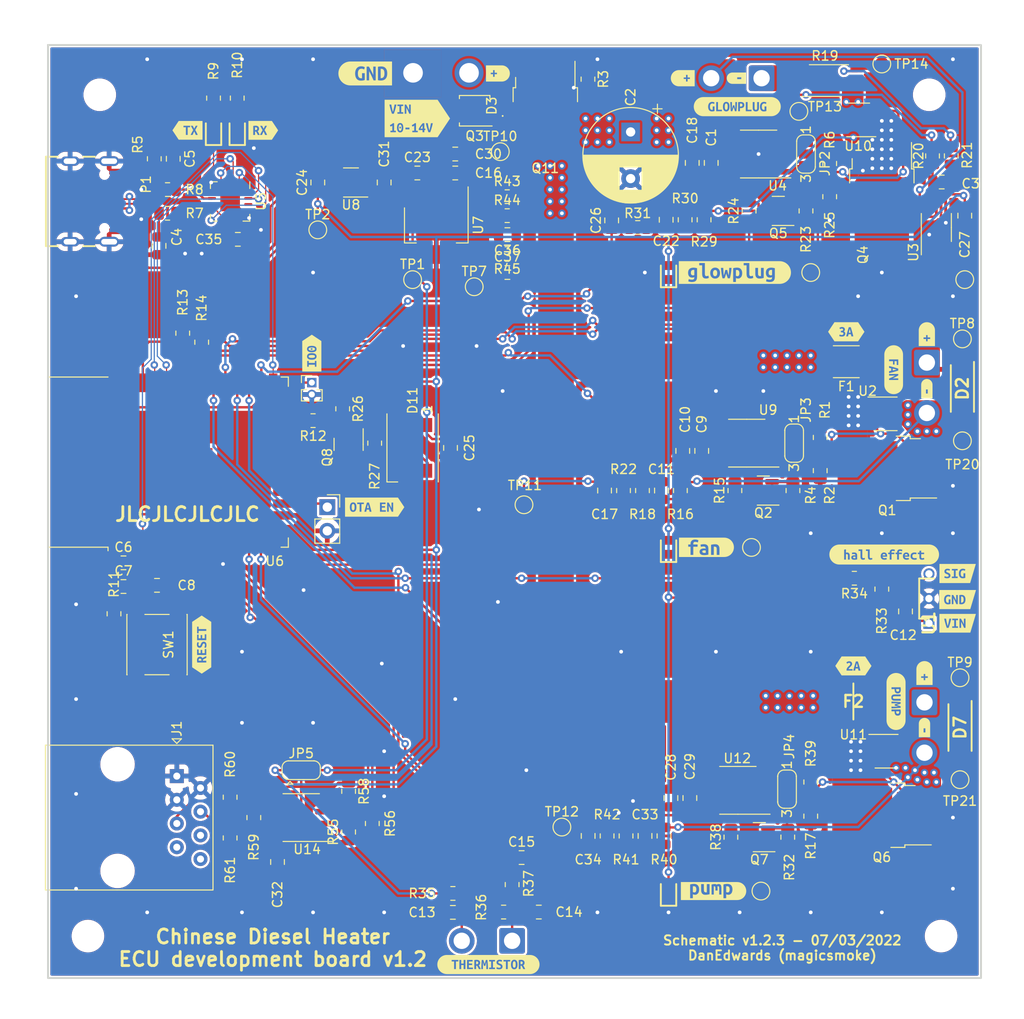
<source format=kicad_pcb>
(kicad_pcb (version 20211014) (generator pcbnew)
  (title_block (title "CDH ECU PCB - Development board") (date "2022-03-07") (rev "1.2") (company "Daniel Edwards") (comment 1 "Chinese diesel heater - ECU replacement development board"))
  (layers (0 "F.Cu" signal) (1 "In1.Cu" power) (2 "In2.Cu" power) (31 "B.Cu" signal) (34 "B.Paste" user) (35 "F.Paste" user) (36 "B.SilkS" user "B.Silkscreen") (37 "F.SilkS" user "F.Silkscreen") (38 "B.Mask" user) (39 "F.Mask" user) (44 "Edge.Cuts" user))
  (net 0 "")
  (net 1 "+12V")
  (net 2 "GND")
  (net 3 "Net-(C3-Pad1)")
  (net 4 "Net-(C3-Pad2)")
  (net 5 "/FT230XS/D-")
  (net 6 "/FT230XS/D+")
  (net 7 "+3V3")
  (net 8 "/ESP32/EN")
  (net 9 "Net-(C11-Pad1)")
  (net 10 "/body_temp/probe+")
  (net 11 "/body_temp/probe-")
  (net 12 "/c_temp")
  (net 13 "/Vfan")
  (net 14 "Net-(C22-Pad1)")
  (net 15 "+5V")
  (net 16 "/Vglow")
  (net 17 "/MAX3485/VCC")
  (net 18 "Net-(C33-Pad1)")
  (net 19 "/Vpump")
  (net 20 "Net-(C36-Pad1)")
  (net 21 "/Vbatt")
  (net 22 "Net-(D1-Pad1)")
  (net 23 "/FAN_DRIVER/FAN+")
  (net 24 "/FAN_DRIVER/FAN-")
  (net 25 "/reverse_polarity_protect/gate")
  (net 26 "Net-(D4-Pad1)")
  (net 27 "Net-(D4-Pad2)")
  (net 28 "Net-(D5-Pad1)")
  (net 29 "Net-(D5-Pad2)")
  (net 30 "Net-(D6-Pad1)")
  (net 31 "/PUMP_DRIVER/PUMP+")
  (net 32 "/PUMP_DRIVER/PUMP-")
  (net 33 "Net-(D8-Pad1)")
  (net 34 "Net-(D11-Pad4)")
  (net 35 "/Neopixel/DOUT")
  (net 36 "/MAX3485/B")
  (net 37 "/MAX3485/A")
  (net 38 "/reverse_polarity_protect/VIN")
  (net 39 "Net-(J7-Pad1)")
  (net 40 "Net-(JP1-Pad1)")
  (net 41 "Net-(JP2-Pad1)")
  (net 42 "/GLOW_PWM")
  (net 43 "Net-(JP2-Pad2)")
  (net 44 "Net-(JP3-Pad1)")
  (net 45 "/FAN_PWM")
  (net 46 "Net-(JP3-Pad2)")
  (net 47 "Net-(JP4-Pad1)")
  (net 48 "/PUMP_PULSE")
  (net 49 "Net-(JP4-Pad2)")
  (net 51 "Net-(P1-PadA5)")
  (net 52 "/FAN_DRIVER/gate")
  (net 53 "Net-(Q2-Pad3)")
  (net 54 "/GLOWPLUG_DRIVER/gate")
  (net 55 "/GLOWPLUG_DRIVER/drain")
  (net 56 "Net-(Q5-Pad3)")
  (net 57 "/PUMP_DRIVER/gate")
  (net 58 "Net-(Q7-Pad3)")
  (net 59 "/ESP32/LED")
  (net 60 "Net-(R7-Pad1)")
  (net 61 "Net-(R8-Pad2)")
  (net 62 "Net-(R12-Pad2)")
  (net 63 "/SCL")
  (net 64 "/SDA")
  (net 65 "/GLOWPLUG_DRIVER/GLOW-")
  (net 66 "/GLOW_SR+")
  (net 67 "/GLOW_SR-")
  (net 68 "/Hall_passives/DIN")
  (net 69 "/fan_RPM")
  (net 70 "/RS485_RO")
  (net 71 "/RS485_RE_DE")
  (net 72 "/RS485_DI")
  (net 73 "/ESP32/IO0")
  (net 74 "/ESP32/RX0")
  (net 75 "/ESP32/TX0")
  (net 76 "Net-(U5-Pad1)")
  (footprint "Capacitor_SMD:C_0805_2012Metric" (layer "F.Cu") (at 177.546 62.926 90)
    (fp_text reference "C22")
    (fp_text value "0u1")
  )
  (footprint "Connector_Wire:SolderWire-1sqmm_1x02_P5.4mm_D1.4mm_OD2.7mm" (layer "F.Cu") (at 205.486 78.232 -90)
    (fp_text reference "J4" hide)
    (fp_text value "FAN")
  )
  (footprint "kibuzzard-622618D3" (layer "F.Cu") (at 126.238 53.34)
    (fp_text reference "kibuzzard-622618D3" hide)
    (fp_text value "G***" hide)
  )
  (footprint "Resistor_SMD:R_Shunt_Vishay_WSK2512_6332Metric_T1.19mm" (layer "F.Cu") (at 194.564 48.006)
    (fp_text reference "R19")
    (fp_text value "10m")
  )
  (footprint "Capacitor_SMD:C_0805_2012Metric" (layer "F.Cu") (at 177.038 91.948 90)
    (fp_text reference "C11")
    (fp_text value "0u1")
  )
  (footprint "Resistor_SMD:R_0805_2012Metric" (layer "F.Cu") (at 194.056 86.2565 90)
    (fp_text reference "R1")
    (fp_text value "10")
  )
  (footprint "Package_SON:VSON-8_3.3x3.3mm_P0.65mm_NexFET" (layer "F.Cu") (at 201.07 83.726)
    (fp_text reference "U2")
    (fp_text value "TPN11006PL")
  )
  (footprint "Capacitor_SMD:C_0805_2012Metric" (layer "F.Cu") (at 154.432 87.376 90)
    (fp_text reference "C25")
    (fp_text value "0u1")
  )
  (footprint "TestPoint:TestPoint_Pad_D1.5mm" (layer "F.Cu") (at 191.77 51.308)
    (fp_text reference "TP13")
    (fp_text value "TestPoint")
  )
  (footprint "TestPoint:TestPoint_Pad_D1.5mm" (layer "F.Cu") (at 209.296 75.692)
    (fp_text reference "TP8")
    (fp_text value "TestPoint")
  )
  (footprint "Package_TO_SOT_SMD:SOT-23" (layer "F.Cu") (at 189.5625 61.976 180)
    (fp_text reference "Q5")
    (fp_text value "2N3904")
  )
  (footprint "Capacitor_SMD:C_0805_2012Metric" (layer "F.Cu") (at 154.686 137.16 180)
    (fp_text reference "C13")
    (fp_text value "100n")
  )
  (footprint "kibuzzard-6226198A" (layer "F.Cu") (at 146.304 93.726)
    (fp_text reference "kibuzzard-6226198A" hide)
    (fp_text value "G***" hide)
  )
  (footprint "Resistor_SMD:R_0805_2012Metric" (layer "F.Cu") (at 195.072 56.896 90)
    (fp_text reference "R6")
    (fp_text value "10")
  )
  (footprint "Resistor_SMD:R_0805_2012Metric" (layer "F.Cu") (at 179.07 91.948 -90)
    (fp_text reference "R16")
    (fp_text value "82K")
  )
  (footprint "Connector_Wire:SolderWire-1sqmm_1x02_P5.4mm_D1.4mm_OD2.7mm" (layer "F.Cu") (at 205.232 114.648 -90)
    (fp_text reference "J5" hide)
    (fp_text value "PUMP")
  )
  (footprint "TestPoint:TestPoint_Pad_D1.5mm" (layer "F.Cu") (at 186.69 98.044)
    (fp_text reference "TP4" hide)
    (fp_text value "TestPoint")
  )
  (footprint "Capacitor_SMD:C_0805_2012Metric" (layer "F.Cu") (at 160.528 68.58)
    (fp_text reference "C37")
    (fp_text value "0u1")
  )
  (footprint "Package_TO_SOT_SMD:TO-252-2" (layer "F.Cu") (at 201.236 89.568 180)
    (fp_text reference "Q1")
    (fp_text value "Q_NMOS_GSD")
  )
  (footprint "Connector_RJ:RJ45_Amphenol_54602-x08_Horizontal" (layer "F.Cu") (at 125.095 122.555 -90)
    (fp_text reference "J1")
    (fp_text value "RJ45")
  )
  (footprint "Package_TO_SOT_SMD:TO-252-2" (layer "F.Cu") (at 164.592 51.24 -90)
    (fp_text reference "Q11")
    (fp_text value "ALT_PMOS_DPAK3")
  )
  (footprint "Resistor_SMD:R_0805_2012Metric" (layer "F.Cu") (at 154.686 135.128)
    (fp_text reference "R35")
    (fp_text value "390")
  )
  (footprint "Resistor_SMD:R_0805_2012Metric" (layer "F.Cu") (at 161.036 134.1825 -90)
    (fp_text reference "R37")
    (fp_text value "15k")
  )
  (footprint "Jumper:SolderJumper-3_P1.3mm_Open_RoundedPad1.0x1.5mm_NumberLabels" (layer "F.Cu") (at 192.532 55.88 -90)
    (fp_text reference "JP2")
    (fp_text value "GLOW_PWM_JMP")
  )
  (footprint "Jumper:SolderJumper-3_P1.3mm_Open_RoundedPad1.0x1.5mm_NumberLabels" (layer "F.Cu") (at 190.5 123.952 -90)
    (fp_text reference "JP4")
    (fp_text value "PUMP_PULSE_JMP")
  )
  (footprint "kibuzzard-62261E42" (layer "F.Cu") (at 158.496 142.748)
    (fp_text reference "kibuzzard-62261E42" hide)
    (fp_text value "G***" hide)
  )
  (footprint "Resistor_SMD:R_0805_2012Metric" (layer "F.Cu") (at 124.1025 59.69)
    (fp_text reference "R8")
    (fp_text value "27")
  )
  (footprint "kibuzzard-62261844" (layer "F.Cu") (at 159.512 47.244 180)
    (fp_text reference "kibuzzard-62261844" hide)
    (fp_text value "G***" hide)
  )
  (footprint "MountingHole:MountingHole_3mm" (layer "F.Cu") (at 115.57 139.7)
    (fp_text reference "H3" hide)
    (fp_text value "MountingHole")
  )
  (footprint "Resistor_SMD:R_0805_2012Metric" (layer "F.Cu") (at 181.61 62.926 -90)
    (fp_text reference "R29")
    (fp_text value "82K")
  )
  (footprint "Package_TO_SOT_SMD:TO-252-2" (layer "F.Cu") (at 200.66 126.746 180)
    (fp_text reference "Q6")
    (fp_text value "Q_NMOS_GSD")
  )
  (footprint "SamacSys_Parts:DIOM5025X231N" (layer "F.Cu") (at 209.296 81.008 -90)
    (fp_text reference "D2")
    (fp_text value "FM4002-W" hide)
  )
  (footprint "TestPoint:TestPoint_Pad_D1.5mm" (layer "F.Cu") (at 150.368 69.342)
    (fp_text reference "TP1")
    (fp_text value "TestPoint")
  )
  (footprint "MountingHole:MountingHole_3mm" (layer "F.Cu") (at 205.74 49.53)
    (fp_text reference "H2" hide)
    (fp_text value "MountingHole")
  )
  (footprint "Capacitor_SMD:C_0805_2012Metric" (layer "F.Cu") (at 123.19 65.72 90)
    (fp_text reference "C4")
    (fp_text value "47p")
  )
  (footprint "kibuzzard-62261A13" (layer "F.Cu") (at 202.184 114.554 -90)
    (fp_text reference "kibuzzard-62261A13" hide)
    (fp_text value "G***" hide)
  )
  (footprint "Capacitor_THT:CP_Radial_D10.0mm_P5.00mm" (layer "F.Cu") (at 173.736 53.512323 -90)
    (fp_text reference "C2")
    (fp_text value "470u")
  )
  (footprint "Resistor_SMD:R_0805_2012Metric" (layer "F.Cu") (at 143.51 128.5475 90)
    (fp_text reference "R55")
    (fp_text value "10k")
  )
  (footprint "kibuzzard-62261844" (layer "F.Cu") (at 179.324 47.752)
    (fp_text reference "kibuzzard-62261844" hide)
    (fp_text value "G***" hide)
  )
  (footprint "Resistor_SMD:R_0805_2012Metric" (layer "F.Cu") (at 172.974 91.948 90)
    (fp_text reference "R22")
    (fp_text value "15K")
  )
  (footprint "Capacitor_SMD:C_0805_2012Metric" (layer "F.Cu") (at 181.356 87.696 -90)
    (fp_text reference "C9")
    (fp_text value "4u7")
  )
  (footprint "Resistor_SMD:R_0805_2012Metric" (layer "F.Cu") (at 190.5785 129.098 90)
    (fp_text reference "R32")
    (fp_text value "4k7")
  )
  (footprint "Resistor_SMD:R_0805_2012Metric" (layer "F.Cu") (at 127.762 76.0495 90)
    (fp_text reference "R14")
    (fp_text value "4k7")
  )
  (footprint "Resistor_SMD:R_0805_2012Metric" (layer "F.Cu") (at 208.1022 56.0813 90)
    (fp_text reference "R21")
    (fp_text value "10")
  )
  (footprint "Resistor_SMD:R_0805_2012Metric" (layer "F.Cu") (at 193.04 126.8495 -90)
    (fp_text reference "R17")
    (fp_text value "10k")
  )
  (footprint "Resistor_SMD:R_0805_2012Metric" (layer "F.Cu") (at 174.498 63.754 180)
    (fp_text reference "R31")
    (fp_text value "15K")
  )
  (footprint "Capacitor_SMD:C_0805_2012Metric" (layer "F.Cu") (at 140.208 58.928 90)
    (fp_text reference "C24")
    (fp_text value "1u0")
  )
  (footprint "Capacitor_SMD:C_0805_2012Metric" (layer "F.Cu") (at 163.896 137.127)
    (fp_text reference "C14")
    (fp_text value "100n")
  )
  (footprint "SamacSys_Parts:DIOM5025X231N" (layer "F.Cu") (at 209.042 117.348 -90)
    (fp_text reference "D7")
    (fp_text value "FM4002-W" hide)
  )
  (footprint "kibuzzard-62261864" (layer "F.Cu") (at 145.288 47.244)
    (fp_text reference "kibuzzard-62261864" hide)
    (fp_text value "G***" hide)
  )
  (footprint "RF_Module:ESP32-WROOM-32" (layer "F.Cu") (at 127.17 88.9 90)
    (fp_text reference "U6")
    (fp_text value "ESP32-WROOM-32")
  )
  (footprint "Fuse:Fuse_1812_4532Metric" (layer "F.Cu") (at 196.85 78.138 180)
    (fp_text reference "F1")
    (fp_text value "PF_3A")
  )
  (footprint "Resistor_SMD:R_0805_2012Metric" (layer "F.Cu") (at 175.006 91.948 -90)
    (fp_text reference "R18")
    (fp_text value "10K")
  )
  (footprint "Capacitor_SMD:C_0805_2012Metric" (layer "F.Cu") (at 122.9735 102.108)
    (fp_text reference "C8")
    (fp_text value "0u1")
  )
  (footprint "kibuzzard-62261B26" (layer "F.Cu") (at 196.85 74.93)
    (fp_text reference "kibuzzard-62261B26" hide)
    (fp_text value "G***" hide)
  )
  (footprint "Capacitor_SMD:C_0805_2012Metric" (layer "F.Cu") (at 169.18275 128.966 -90)
    (fp_text reference "C34")
    (fp_text value "0u1")
  )
  (footprint "Resistor_SMD:R_0805_2012Metric" (layer "F.Cu") (at 133.35 127 90)
    (fp_text reference "R59")
    (fp_text value "120")
  )
  (footprint "Package_SON:VSON-8_3.3x3.3mm_P0.65mm_NexFET" (layer "F.Cu") (at 201.168 119.888)
    (fp_text reference "U11")
    (fp_text value "TPN11006PL")
  )
  (footprint "Resistor_SMD:R_0805_2012Metric" (layer "F.Cu") (at 129.032 49.8875 90)
    (fp_text reference "R9")
    (fp_text value "470")
  )
  (footprint "SamacSys_Parts:TO265P160X410X495-3P" (layer "F.Cu") (at 205.711 106.172 90)
    (fp_text reference "U1")
    (fp_text value "AH1806-P" hide)
  )
  (footprint "Resistor_SMD:R_0805_2012Metric" (layer "F.Cu") (at 160.1235 137.127 180)
    (fp_text reference "R36")
    (fp_text value "49k")
  )
  (footprint "SamacSys_Parts:LEDC1608X80N" (layer "F.Cu") (at 131.572 53.34 90)
    (fp_text reference "D5" hide)
    (fp_text value "LED_Bl" hide)
  )
  (footprint "Jumper:SolderJumper-3_P1.3mm_Bridged12_RoundedPad1.0x1.5mm" (layer "F.Cu") (at 138.43 121.92)
    (fp_text reference "JP5")
    (fp_text value "RS485 PWR")
  )
  (footprint "Capacitor_SMD:C_0805_2012Metric" (layer "F.Cu") (at 119.38 99.695)
    (fp_text reference "C6")
    (fp_text value "0u1")
  )
  (footprint "SamacSys_Parts:LEDC1608X80N" (layer "F.Cu") (at 177.8 98.032 90)
    (fp_text reference "D1" hide)
    (fp_text value "LED" hide)
  )
  (footprint "Resistor_SMD:R_0805_2012Metric" (layer "F.Cu") (at 191.135 91.948 90)
    (fp_text reference "R4")
    (fp_text value "4k7")
  )
  (footprint "Resistor_SMD:R_0805_2012Metric" (layer "F.Cu") (at 160.508 60.452)
    (fp_text reference "R43")
    (fp_text value "82K")
  )
  (footprint "TestPoint:TestPoint_Pad_D1.5mm" (layer "F.Cu") (at 156.972 70.104)
    (fp_text reference "TP7")
    (fp_text value "TestPoint")
  )
  (footprint "MountingHole:MountingHole_3mm" (layer "F.Cu") (at 207.01 139.7)
    (fp_text reference "H4" hide)
    (fp_text value "MountingHole")
  )
  (footprint "TestPoint:TestPoint_Pad_D1.5mm" (layer "F.Cu") (at 209.042 112.014)
    (fp_text reference "TP9")
    (fp_text value "TestPoint")
  )
  (footprint "Resistor_SMD:R_0805_2012Metric" (layer "F.Cu") (at 206.0956 56.0813 90)
    (fp_text reference "R20")
    (fp_text value "10")
  )
  (footprint "TestPoint:TestPoint_Pad_D1.5mm" (layer "F.Cu") (at 187.706 134.874)
    (fp_text reference "TP5" hide)
    (fp_text value "TestPoint")
  )
  (footprint "Resistor_SMD:R_0805_2012Metric" (layer "F.Cu") (at 193.04 123.19 90)
    (fp_text reference "R39")
    (fp_text value "10")
  )
  (footprint "Resistor_SMD:R_0805_2012Metric" (layer "F.Cu") (at 142.875 83.185 -90)
    (fp_text reference "R26")
    (fp_text value "R")
  )
  (footprint "Capacitor_SMD:C_0805_2012Metric" (layer "F.Cu") (at 180.086 124.902 -90)
    (fp_text reference "C29")
    (fp_text value "0u1")
  )
  (footprint "Capacitor_SMD:C_0805_2012Metric" (layer "F.Cu") (at 171.704 62.992 90)
    (fp_text reference "C26")
    (fp_text value "0u1")
  )
  (footprint "Package_TO_SOT_SMD:SOT-223" (layer "F.Cu") (at 152.908 63.5 -90)
    (fp_text reference "U7")
    (fp_text value "MIC5239-5.0YS-TR")
  )
  (footprint "Resistor_SMD:R_0805_2012Metric" (layer "F.Cu") (at 118.364 105.156 -90)
    (fp_text reference "R11")
    (fp_text value "10k")
  )
  (footprint "LED_SMD:LED_WS2812B_PLCC4_5.0x5.0mm_P3.2mm" (layer "F.Cu") (at 150.368 87.376 -90)
    (fp_text reference "D11")
    (fp_text value "WS2812B")
  )
  (footprint "Capacitor_SMD:C_0805_2012Metric" (layer "F.Cu") (at 160.528 64.516 180)
    (fp_text reference "C36")
    (fp_text value "0u1")
  )
  (footprint "Resistor_SMD:R_0805_2012Metric" (layer "F.Cu") (at 122.682 56.388 90)
    (fp_text reference "R5")
    (fp_text value "5k1")
  )
  (footprint "Resistor_SMD:R_0805_2012Metric" (layer "F.Cu") (at 171.21475 128.966 90)
    (fp_text reference "R42")
    (fp_text value "15K")
  )
  (footprint "Resistor_SMD:R_0805_2012Metric" (layer "F.Cu") (at 195.072 60.452 -90)
    (fp_text reference "R25")
    (fp_text value "10k")
  )
  (footprint "Package_SO:Vishay_PowerPAK_1212-8_Single" (layer "F.Cu") (at 157.0215 51.24 180)
    (fp_text reference "Q3")
    (fp_text value "SiSS27DN")
  )
  (footprint "Package_TO_SOT_SMD:TO-252-2" (layer "F.Cu") (at 200.66 59.944 -90)
    (fp_text reference "Q4")
    (fp_text value "Q_NMOS_GSD")
  )
  (footprint "kibuzzard-622619E2" (layer "F.Cu") (at 201.93 78.994 -90)
    (fp_text reference "kibuzzard-622619E2" hide)
    (fp_text value "G***" hide)
  )
  (footprint "Package_SO:SOIC-8_3.9x4.9mm_P1.27mm" (layer "F.Cu") (at 186.182 86.868 180)
    (fp_text reference "U9")
    (fp_text value "NCP81074A")
  )
  (footprint "Connector_PinSocket_2.54mm:PinSocket_1x02_P2.54mm_Vertical" (layer "F.Cu") (at 141.224 93.726)
    (fp_text reference "JP1" hide)
    (fp_text value "OTA_EN")
  )
  (footprint "Capacitor_SMD:C_0805_2012Metric" (layer "F.Cu") (at 147.32 58.928 -90)
    (fp_text reference "C31")
    (fp_text value "0u1")
  )
  (footprint "Connector_Wire:SolderWire-1sqmm_1x02_P5.4mm_D1.4mm_OD2.7mm" (layer "F.Cu") (at 161.036 140.208 180)
    (fp_text reference "J3" hide)
    (fp_text value "CASE_TEMP")
  )
  (footprint "Resistor_SMD:R_0805_2012Metric" (layer "F.Cu") (at 184.4825 129.098 90)
    (fp_text reference "R38")
    (fp_text value "R")
  )
  (footprint "TestPoint:TestPoint_Pad_D1.5mm" (layer "F.Cu") (at 193.04 68.58)
    (fp_text reference "TP3" hide)
    (fp_text value "TestPoint")
  )
  (footprint "kibuzzard-62261A48" (layer "F.Cu") (at 205.486 81.026 -90)
    (fp_text reference "kibuzzard-62261A48" hide)
    (fp_text value "G***" hide)
  )
  (footprint "Package_SO:VSSOP-10_3x3mm_P0.5mm" (layer "F.Cu") (at 206.502 63.754 90)
    (fp_text reference "U3")
    (fp_text value "INA226")
  )
  (footprint "Capacitor_SMD:C_0805_2012Metric" (layer "F.Cu") (at 124.714 56.388 -90)
    (fp_text reference "C5")
    (fp_text value "47p")
  )
  (footprint "TestPoint:TestPoint_Pad_D1.5mm" (layer "F.Cu") (at 159.766 55.626)
    (fp_text reference "TP10")
    (fp_text value "TestPoint")
  )
  (footprint "Capacitor_SMD:C_0805_2012Metric" (layer "F.Cu") (at 150.876 57.912)
    (fp_text reference "C23")
    (fp_text value "1u0")
  )
  (footprint "Resistor_SMD:R_0805_2012Metric" (layer "F.Cu") (at 160.508 62.484)
    (fp_text reference "R44")
    (fp_text value "10K")
  )
  (footprint "kibuzzard-622618BB" (layer "F.Cu") (at 134.366 53.34)
    (fp_text reference "kibuzzard-622618BB" hide)
    (fp_text value "G***" hide)
  )
  (footprint "Resistor_SMD:R_0805_2012Metric" (layer "F.Cu") (at 131.572 49.8875 90)
    (fp_text reference "R10")
    (fp_text value "470")
  )
  (footprint "kibuzzard-6225F900" (layer "F.Cu") (at 181.864 98.032)
    (fp_text reference "kibuzzard-6225F900" hide)
    (fp_text value "G***" hide)
  )
  (footprint "Resistor_SMD:R_0805_2012Metric" (layer "F.Cu") (at 197.7155 101.346 180)
    (fp_text reference "R34")
    (fp_text value "1k")
  )
  (footprint "Capacitor_SMD:C_0805_2012Metric" (layer "F.Cu") (at 209.55 62.484 90)
    (fp_text reference "C27")
    (fp_text value "0u1")
  )
  (footprint "Capacitor_SMD:C_0805_2012Metric" (layer "F.Cu") (at 119.38 102.235)
    (fp_text reference "C7")
    (fp_text value "22u")
  )
  (footprint "Capacitor_SMD:C_0805_2012Metric" (layer "F.Cu") (at 207.076 58.8772 180)
    (fp_text reference "C3")
    (fp_text value "0u1")
  )
  (footprint "Resistor_SMD:R_0805_2012Metric" (layer "F.Cu") (at 146.05 127.635 90)
    (fp_text reference "R56")
    (fp_text value "10k")
  )
  (footprint "Resistor_SMD:R_0805_2012Metric" (layer "F.Cu") (at 200.66 102.5125 90)
    (fp_text reference "R33")
    (fp_text value "10k")
  )
  (footprint "Button_Switch_SMD:SW_SPST_PTS645" (layer "F.Cu") (at 122.9735 108.458 -90)
    (fp_text reference "SW1")
    (fp_text value "Reset")
  )
  (footprint "Resistor_SMD:R_0805_2012Metric" (layer "F.Cu") (at 186.436 61.976 90)
    (fp_text reference "R24")
    (fp_text value "R")
  )
  (footprint "Resistor_SMD:R_0805_2012Metric" (layer "F.Cu") (at 192.532 61.976 90)
    (fp_text reference "R23")
    (fp_text value "4k7")
  )
  (footprint "Resistor_SMD:R_0805_2012Metric" (layer "F.Cu") (at 184.912 91.948 90)
    (fp_text reference "R15")
    (fp_text value "R")
  )
  (footprint "Resistor_SMD:R_0805_2012Metric" (layer "F.Cu") (at 124.1025 62.23 180)
    (fp_text reference "R7")
    (fp_text value "27")
  )
  (footprint "Resistor_SMD:R_0805_2012Metric" (layer "F.Cu") (at 173.24675 128.966 -90)
    (fp_text reference "R41")
    (fp_text value "10K")
  )
  (footprint "Capacitor_SMD:C_0805_2012Metric" (layer "F.Cu") (at 180.34 56.83 -90)
    (fp_text reference "C18")
    (fp_text value "0u1")
  )
  (footprint "kibuzzard-62261EF2" (layer "F.Cu") (at 208.788 103.632)
    (fp_text reference "kibuzzard-62261EF2" hide)
    (fp_text value "G***" hide)
  )
  (footprint "Package_TO_SOT_SMD:SOT-23-5" (layer "F.Cu") (at 143.764 58.928 180)
    (fp_text reference "U8")
    (fp_text value "MIC5216-3.3YM5-TR")
  )
  (footprint "Package_SO:SOIC-8_3.9x4.9mm_P1.27mm" (layer "F.Cu") (at 185.231 124.079 180)
    (fp_text reference "U12")
    (fp_text value "NCP81074A")
  )
  (footprint "Package_TO_SOT_SMD:SOT-23" (layer "F.Cu") (at 187.96 91.948 180)
    (fp_text reference "Q2")
    (fp_text value "2N3904")
  )
  (footprint "TestPoint:TestPoint_Pad_D1.5mm" (layer "F.Cu") (at 209.55 69.342)
    (fp_text reference "J7" hide)
    (fp_text value "Pad")
  )
  (footprint "Resistor_SMD:R_0805_2012Metric" (layer "F.Cu") (at 177.31075 128.966 -90)
    (fp_text reference "R40")
    (fp_text value "82K")
  )
  (footprint "Connector_Wire:SolderWire-1sqmm_1x02_P5.4mm_D1.4mm_OD2.7mm" (layer "F.Cu") (at 187.772 47.752 180)
    (fp_text reference "J6" hide)
    (fp_text value "GLOW_PLUG")
  )
  (footprint "kibuzzard-6225E5A1" (layer "F.Cu") (at 184.912 68.58)
    (fp_text reference "kibuzzard-6225E5A1" hide)
    (fp_text value "G***" hide)
  )
  (footprint "TestPoint:TestPoint_Pad_D1.5mm" (layer "F.Cu") (at 140.208 64.008)
    (fp_text reference "TP2")
    (fp_text value "TestPoint")
  )
  (footprint "kibuzzard-62261A48" (layer "F.Cu") (at 205.232 117.348 -90)
    (fp_text reference "kibuzzard-62261A48" hide)
    (fp_text value "G***" hide)
  )
  (footprint "Capacitor_SMD:C_0805_2012Metric" (layer "F.Cu") (at 178.054 124.902 -90)
    (fp_text reference "C28")
    (fp_text value "4u7")
  )
  (footprint "Package_SO:SOIC-8_3.9x4.9mm_P1.27mm" (layer "F.Cu") (at 187.452 55.88 180)
    (fp_text reference "U4")
    (fp_text value "NCP81074A")
  )
  (footprint "kibuzzard-62261EA9" (layer "F.Cu") (at 200.914 98.806)
    (fp_text reference "kibuzzard-62261EA9" hide)
    (fp_text value "G***" hide)
  )
  (footprint "SamacSys_Parts:LEDC1608X80N" (layer "F.Cu") (at 177.8 134.874 90)
    (fp_text reference "D8" hide)
    (fp_text value "LED" hide)
  )
  (footprint "MountingHole:MountingHole_3mm" (layer "F.Cu") (at 116.84 49.53)
    (fp_text reference "H1" hide)
    (fp_text value "MountingHole")
  )
  (footprint "Capacitor_SMD:C_0805_2012Metric" (layer "F.Cu") (at 179.324 87.696 -90)
    (fp_text reference "C10")
    (fp_text value "0u1")
  )
  (footprint "Capacitor_SMD:C_0805_2012Metric" (layer "F.Cu") (at 131.638 65.024 180)
    (fp_text reference "C35")
    (fp_text value "0u1")
  )
  (footprint "Capacitor_SMD:C_0805_2012Metric" (layer "F.Cu") (at 203.2 104.902 90)
    (fp_text reference "C12")
    (fp_text value "0u1")
  )
  (footprint "Resistor_SMD:R_0805_2012Metric" (layer "F.Cu") (at 169.164 47.8555 -90)
    (fp_text reference "R3")
    (fp_text value "100K")
  )
  (footprint "Resistor_SMD:R_0805_2012Metric" (layer "F.Cu") (at 143.51 124.1825 -90)
    (fp_text reference "R58")
    (fp_text value "10k")
  )
  (footprint "Resistor_SMD:R_0805_2012Metric" (layer "F.Cu") (at 130.81 129.1825 -90)
    (fp_text reference "R61")
    (fp_text value "20k")
  )
  (footprint "Capacitor_SMD:C_0805_2012Metric" (layer "F.Cu") (at 135.89 131.76 -90)
    (fp_text reference "C32")
    (fp_text value "0u1")
  )
  (footprint "TestPoint:TestPoint_Pad_D1.5mm" (layer "F.Cu") (at 209.296 86.614)
    (fp_text reference "TP20")
    (fp_text value "TestPoint")
  )
  (footprint "kibuzzard-62262057" (layer "F.Cu") (at 139.564 77.216 90)
    (fp_text reference "kibuzzard-62262057" hide)
    (fp_text value "G***" hide)
  )
  (footprint "Capacitor_SMD:C_0805_2012Metric" (layer "F.Cu") (at 162.052 131.285)
    (fp_text reference "C15")
    (fp_text value "100n")
  )
  (footprint "Diode_SMD:D_0402_1005Metric" (layer "F.Cu") (at 160.02 50.709 90)
    (fp_text reference "D3")
    (fp_text value "BZX884B10L")
  )
  (footprint "Resistor_SMD:R_0805_2012Metric" (layer "F.Cu") (at 130.81 124.8175 -90)
    (fp_text reference "R60")
    (fp_text value "20k")
  )
  (footprint "SamacSys_Parts:LEDC1608X80N" (layer "F.Cu") (at 129.032 53.34 90)
    (fp_text reference "D4" hide)
    (fp_text value "LED_Or" hide)
  )
  (footprint "Package_DFN_QFN:QFN-16-1EP_4x4mm_P0.65mm_EP2.1x2.1mm" (layer "F.Cu") (at 130.81 60.96 -90)
    (fp_text reference "U5")
    (fp_text value "FT230XQ")
  )
  (footprint "Resistor_SMD:R_0805_2012Metric" (layer "F.Cu") (at 194.056 89.8125 -90)
    (fp_text reference "R2")
    (fp_text value "10k")
  )
  (footprint "kibuzzard-62261EFE" (layer "F.Cu") (at 208.788 100.838)
    (fp_text reference "kibuzzard-62261EFE" hide)
    (fp_text value "G***" hide)
  )
  (footprint "TestPoint:TestPoint_Pad_D1.5mm" (layer "F.Cu") (at 166.37 128.016)
    (fp_text reference "TP12")
    (fp_text value "TestPoint")
  )
  (footprint "Jumper:SolderJumper-3_P1.3mm_Open_RoundedPad1.0x1.5mm_NumberLabels" (layer "F.Cu") (at 191.262 86.868 -90)
    (fp_text reference "JP3")
    (fp_text value "FAN_PWM_JMP")
  )
  (footprint "Resistor_SMD:R_0805_2012Metric" (layer "F.Cu") (at 146.304 86.868 -90)
    (fp_text reference "R27")
    (fp_text value "R")
  )
  (footprint "kibuzzard-62261FB6" (layer "F.Cu") (at 150.876 52.07)
    (fp_text reference "kibuzzard-62261FB6" hide)
    (fp_text value "G***" hide)
  )
  (footprint "kibuzzard-62261844" (layer "F.Cu") (at 205.486 75.184 -90)
    (fp_text reference "kibuzzard-62261844" hide)
    (fp_text value "G***" hide)
  )
  (footprint "Capacitor_SMD:C_0805_2012Metric" (layer "F.Cu") (at 182.372 56.83 -90)
    (fp_text reference "C1")
    (fp_text value "4u7")
  )
  (footprint "kibuzzard-62261823" (layer "F.Cu") (at 185.166 50.8)
    (fp_text reference "kibuzzard-62261823" hide)
    (fp_text value "G***" hide)
  )
  (footprint "Connector_Wire:SolderWire-1.5sqmm_1x02_P6mm_D1.7mm_OD3mm" (layer "F.Cu") (at 150.416 47.176)
    (fp_text reference "J2" hide)
    (fp_text value "12VIN")
  )
  (footprint "TestPoint:TestPoint_Pad_D1.5mm" (layer "F.Cu") (at 162.306 93.472)
    (fp_text reference "TP11")
    (fp_text value "TestPoint")
  )
  (footprint "Capacitor_SMD:C_0805_2012Metric" (layer "F.Cu") (at 154.94 55.88 180)
    (fp_text reference "C30")
    (fp_text value "0u1")
  )
  (footprint "kibuzzard-622601F8" (layer "F.Cu") (at 182.626 134.874)
    (fp_text reference "kibuzzard-622601F8" hide)
    (fp_text value "G***" hide)
  )
  (footprint "SamacSys_Parts:GCT_USB4105-GF-A" (layer "F.Cu") (at 113.665 60.96 -90)
    (fp_text reference "P1")
    (fp_text value "USB_C_Plug_USB2.0")
  )
  (footprint "kibuzzard-62261F25" (layer "F.Cu") (at 208.788 106.172)
    (fp_text reference "kibuzzard-62261F25" hide)
    (fp_text value "G***" hide)
  )
  (footprint "Resistor_SMD:R_0805_2012Metric" (layer "F.Cu") (at 125.73 75.0805 90)
    (fp_text reference "R13")
    (fp_text value "4k7")
  )
  (footprint "kibuzzard-622619A2" (layer "F.Cu") (at 127.762 108.458 90)
    (fp_text reference "kibuzzard-622619A2" hide)
    (fp_text value "G***" hide)
  )
  (footprint "Package_SO:SOIC-8_3.9x4.9mm_P1.27mm" (layer "F.Cu") (at 138.43 127 180)
    (fp_text reference "U14")
    (fp_text value "MAX3485")
  )
  (footprint "Package_SON:VSON-8_3.3x3.3mm_P0.65mm_NexFET" (layer "F.Cu") (at 198.12 52.222 180)
    (fp_text reference "U10")
    (fp_text value "TPN11006PL")
  )
  (footprint "Capacitor_SMD:C_0805_2012Metric" (layer "F.Cu") (at 170.942 91.948 -90)
    (fp_text reference "C17")
    (fp_text value "0u1")
  )
  (footprint "Resistor_SMD:R_0805_2012Metric" (layer "F.Cu") (at 179.578 62.926 -90)
    (fp_text reference "R30")
    (fp_text value "10K")
  )
  (footprint "TestPoint:TestPoint_Pad_D1.5mm" (layer "F.Cu") (at 209.042 122.936)
    (fp_text reference "TP21")
    (fp_text value "TestPoint")
  )
  (footprint "Capacitor_SMD:C_0805_2012Metric" (layer "F.Cu") (at 175.27875 128.966 90)
    (fp_text reference "C33")
    (fp_text value "0u1")
  )
  (footprint "Connector_PinHeader_1.27mm:PinHeader_1x02_P1.27mm_Vertical" (layer "F.Cu") (at 139.564 80.376)
    (fp_text reference "SW2" hide)
    (fp_text value "Boot/Flash")
  )
  (footprint "Capacitor_SMD:C_0805_2012Metric" (layer "F.Cu") (at 154.94 57.912 180)
    (fp_text reference "C16")
    (fp_text value "1u0")
  )
  (footprint "TestPoint:TestPoint_Pad_D1.5mm" (layer "F.Cu") (at 200.66 46.228)
    (fp_text reference "TP14")
    (fp_text value "TestPoint")
  )
  (footprint "Resistor_SMD:R_0805_2012Metric" (layer "F.Cu") (at 160.508 66.548 180)
    (fp_text reference "R45")
    (fp_text value "15K")
  )
  (footprint "SamacSys_Parts:FUSC5141X160N" (layer "F.Cu") (at 197.612 114.554 180)
    (fp_text reference "F2")
    (fp_text value "PF_1.5A" hide)
  )
  (footprint "kibuzzard-62261B32" (layer "F.Cu") (at 197.612 110.744)
    (fp_text reference "kibuzzard-62261B32" hide)
    (fp_text value "G***" hide)
  )
  (footprint "kibuzzard-62261844" (layer "F.Cu") (at 205.232 111.506 -90)
    (fp_text reference "kibuzzard-62261844" hide)
    (fp_text value "G***" hide)
  )
  (footprint "Resistor_SMD:R_0805_2012Metric" (layer "F.Cu") (at 139.7 84.455 180)
    (fp_text reference "R12")
    (fp_text value "4k7")
  )
  (footprint "Package_TO_SOT_SMD:SOT-23" (layer "F.Cu") (at 187.5305 129.098 180)
    (fp_text reference "Q7")
    (fp_text value "2N3904")
  )
  (footprint "SamacSys_Parts:LEDC1608X80N" (layer "F.Cu") (at 177.8 68.58 90)
    (fp_text reference "D6" hide)
    (fp_text value "LED" hide)
  )
  (footprint "Package_TO_SOT_SMD:SOT-23" (layer "F.Cu") (at 143.51 86.995 -90)
    (fp_text reference "Q8")
    (fp_text value "BSS138")
  )
  (footprint "kibuzzard-62261A48" (layer "F.Cu") (at 185.072 47.752)
    (fp_text reference "kibuzzard-62261A48" hide)
    (fp_text value "G***" hide)
  )
  (gr_rect locked (start 111.29 44.196) (end 211.29 144.196) (layer "Edge.Cuts") (width 0.2) (fill none))
  (gr_text "JLCJLCJLCJLC" (at 126.238 94.488) (layer "F.SilkS") (effects (font (size 1.5 1.5) (thickness 0.3))))
  (gr_text "Chinese Diesel Heater\nECU development board v1.2\n" (at 135.382 140.97) (layer "F.SilkS") (effects (font (size 1.5 1.5) (thickness 0.3))))
  (gr_text "Schematic v1.2.3 - 07/03/2022\nDanEdwards (magicsmoke)" (at 189.992 140.97) (layer "F.SilkS") (effects (font (size 1 1) (thickness 0.2))))
  (segment (start 180.34 55.88) (end 182.372 55.88) (width 0.518) (layer "F.Cu") (net 1))
  (segment (start 183.388 55.88) (end 183.642 55.626) (width 0.518) (layer "F.Cu") (net 1))
  (segment (start 184.023 55.245) (end 184.977 55.245) (width 0.518) (layer "F.Cu") (net 1))
  (segment (start 181.996 86.746) (end 182.753 87.503) (width 0.518) (layer "F.Cu") (net 1))
  (segment (start 159.766 55.626) (end 159.766 53.34) (width 0.254) (layer "F.Cu") (net 1))
  (segment (start 155.89 55.88) (end 156.144 55.626) (width 0.254) (layer "F.Cu") (net 1))
  (segment (start 181.102 123.952) (end 181.864 124.714) (width 0.518) (layer "F.Cu") (net 1))
  (segment (start 182.24 86.746) (end 182.753 86.233) (width 0.518) (layer "F.Cu") (net 1))
  (segment (start 154.94 58.166) (end 154.94 60.082) (width 0.254) (layer "F.Cu") (net 1))
  (segment (start 181.356 86.746) (end 182.24 86.746) (width 0.518) (layer "F.Cu") (net 1))
  (segment (start 178.054 123.952) (end 178.054 116.332) (width 0.518) (layer "F.Cu") (net 1))
  (segment (start 159.766 53.34) (end 160.274 52.832) (width 0.254) (layer "F.Cu") (net 1))
  (segment (start 159.5955 60.452) (end 159.4935 60.35) (width 0.254) (layer "F.Cu") (net 1))
  (segment (start 183.642 55.626) (end 184.023 55.245) (width 0.518) (layer "F.Cu") (net 1))
  (segment (start 155.89 55.88) (end 155.89 57.912) (width 0.254) (layer "F.Cu") (net 1))
  (segment (start 155.89 57.912) (end 155.194 57.912) (width 0.254) (layer "F.Cu") (net 1))
  (segment (start 180.086 123.952) (end 181.102 123.952) (width 0.518) (layer "F.Cu") (net 1))
  (segment (start 177.8 123.952) (end 180.086 123.952) (width 0.518) (layer "F.Cu") (net 1))
  (segment (start 179.324 86.746) (end 181.356 86.746) (width 0.518) (layer "F.Cu") (net 1))
  (segment (start 184.023 56.515) (end 184.977 56.515) (width 0.518) (layer "F.Cu") (net 1))
  (segment (start 156.144 55.626) (end 159.766 55.626) (width 0.254) (layer "F.Cu") (net 1))
  (segment (start 159.766 60.2815) (end 159.766 55.626) (width 0.254) (layer "F.Cu") (net 1))
  (segment (start 159.5955 60.452) (end 159.766 60.2815) (width 0.254) (layer "F.Cu") (net 1))
  (segment (start 204.724 62.068835) (end 204.724 59.69) (width 0.254) (layer "F.Cu") (net 1))
  (segment (start 182.372 55.88) (end 183.388 55.88) (width 0.518) (layer "F.Cu") (net 1))
  (segment (start 155.194 57.912) (end 154.94 58.166) (width 0.254) (layer "F.Cu") (net 1))
  (segment (start 181.864 123.444) (end 182.756 123.444) (width 0.518) (layer "F.Cu") (net 1))
  (segment (start 181.356 123.952) (end 181.864 123.444) (width 0.518) (layer "F.Cu") (net 1))
  (segment (start 180.34 55.88) (end 179.07 55.88) (width 0.518) (layer "F.Cu") (net 1))
  (segment (start 154.94 60.082) (end 155.208 60.35) (width 0.254) (layer "F.Cu") (net 1))
  (segment (start 205.260685 62.60552) (end 204.724 62.068835) (width 0.254) (layer "F.Cu") (net 1))
  (segment (start 180.086 123.952) (end 180.848 123.952) (width 0.518) (layer "F.Cu") (net 1))
  (segment (start 206.502 62.346835) (end 206.243315 62.60552) (width 0.254) (layer "F.Cu") (net 1))
  (segment (start 179.07 55.88) (end 177.8 54.61) (width 0.518) (layer "F.Cu") (net 1))
  (segment (start 182.753 86.233) (end 183.707 86.233) (width 0.518) (layer "F.Cu") (net 1))
  (segment (start 179.07 86.492) (end 179.07 78.74) (width 0.518) (layer "F.Cu") (net 1))
  (segment (start 183.642 55.626) (end 183.642 56.134) (width 0.518) (layer "F.Cu") (net 1))
  (segment (start 206.502 61.554) (end 206.502 62.346835) (width 0.254) (layer "F.Cu") (net 1))
  (segment (start 181.102 123.952) (end 181.356 123.952) (width 0.518) (layer "F.Cu") (net 1))
  (segment (start 181.864 124.714) (end 182.756 124.714) (width 0.518) (layer "F.Cu") (net 1))
  (segment (start 183.642 56.134) (end 184.023 56.515) (width 0.518) (layer "F.Cu") (net 1))
  (segment (start 181.356 86.746) (end 181.996 86.746) (width 0.518) (layer "F.Cu") (net 1))
  (segment (start 179.324 86.746) (end 179.07 86.492) (width 0.518) (layer "F.Cu") (net 1))
  (segment (start 206.243315 62.60552) (end 205.260685 62.60552) (width 0.254) (layer "F.Cu") (net 1))
  (segment (start 182.753 87.503) (end 183.707 87.503) (width 0.518) (layer "F.Cu") (net 1))
  (via (at 193.294 113.9444) (size 0.8) (drill 0.4) (layers "F.Cu" "B.Cu") (net 1))
  (via (at 190.5 78.74) (size 0.8) (drill 0.4) (layers "F.Cu" "B.Cu") (net 1))
  (via (at 193.04 77.47) (size 0.8) (drill 0.4) (layers "F.Cu" "B.Cu") (net 1))
  (via (at 193.04 78.74) (size 0.8) (drill 0.4) (layers "F.Cu" "B.Cu") (net 1))
  (via (at 189.23 78.74) (size 0.8) (drill 0.4) (layers "F.Cu" "B.Cu") (net 1))
  (via (at 170.18 54.61) (size 0.8) (drill 0.4) (layers "F.Cu" "B.Cu") (net 1))
  (via (at 171.45 54.61) (size 0.8) (drill 0.4) (layers "F.Cu" "B.Cu") (net 1))
  (via (at 192.024 113.9444) (size 0.8) (drill 0.4) (layers "F.Cu" "B.Cu") (net 1))
  (via (at 189.484 113.9444) (size 0.8) (drill 0.4) (layers "F.Cu" "B.Cu") (net 1))
  (via (at 176.53 54.61) (size 0.8) (drill 0.4) (layers "F.Cu" "B.Cu") (net 1))
  (via (at 192.024 115.2144) (size 0.8) (drill 0.4) (layers "F.Cu" "B.Cu") (net 1))
  (via (at 165.1 59.69) (size 0.8) (drill 0.4) (layers "F.Cu" "B.Cu") (net 1))
  (via (at 187.96 77.47) (size 0.8) (drill 0.4) (layers "F.Cu" "B.Cu") (net 1))
  (via (at 165.1 58.42) (size 0.8) (drill 0.4) (layers "F.Cu" "B.Cu") (net 1))
  (via (at 190.754 115.2144) (size 0.8) (drill 0.4) (layers "F.Cu" "B.Cu") (net 1))
  (via (at 166.37 60.96) (size 0.8) (drill 0.4) (layers "F.Cu" "B.Cu") (net 1))
  (via (at 166.37 62.23) (size 0.8) (drill 0.4) (layers "F.Cu" "B.Cu") (net 1))
  (via (at 165.1 60.96) (size 0.8) (drill 0.4) (layers "F.Cu" "B.Cu") (net 1))
  (via (at 168.91 53.34) (size 0.8) (drill 0.4) (layers "F.Cu" "B.Cu") (net 1))
  (via (at 187.96 78.74) (size 0.8) (drill 0.4) (layers "F.Cu" "B.Cu") (net 1))
  (via (at 177.8 54.61) (size 0.8) (drill 0.4) (layers "F.Cu" "B.Cu") (net 1))
  (via (at 165.1 57.15) (size 0.8) (drill 0.4) (layers "F.Cu" "B.Cu") (net 1))
  (via (at 191.77 78.74) (size 0.8) (drill 0.4) (layers "F.Cu" "B.Cu") (net 1))
  (via (at 190.5 77.47) (size 0.8) (drill 0.4) (layers "F.Cu" "B.Cu") (net 1))
  (via (at 168.91 54.61) (size 0.8) (drill 0.4) (layers "F.Cu" "B.Cu") (net 1))
  (via (at 166.37 59.69) (size 0.8) (drill 0.4) (layers "F.Cu" "B.Cu") (net 1))
  (via (at 193.294 115.2144) (size 0.8) (drill 0.4) (layers "F.Cu" "B.Cu") (net 1))
  (via (at 190.754 113.9444) (size 0.8) (drill 0.4) (layers "F.Cu" "B.Cu") (net 1))
  (via (at 170.18 53.34) (size 0.8) (drill 0.4) (layers "F.Cu" "B.Cu") (net 1))
  (via (at 176.53 52.07) (size 0.8) (drill 0.4) (layers "F.Cu" "B.Cu") (net 1))
  (via (at 165.1 62.23) (size 0.8) (drill 0.4) (layers "F.Cu" "B.Cu") (net 1))
  (via (at 189.484 115.2144) (size 0.8) (drill 0.4) (layers "F.Cu" "B.Cu") (net 1))
  (via (at 170.18 52.07) (size 0.8) (drill 0.4) (layers "F.Cu" "B.Cu") (net 1))
  (via (at 188.214 115.2144) (size 0.8) (drill 0.4) (layers "F.Cu" "B.Cu") (net 1))
  (via (at 177.8 52.07) (size 0.8) (drill 0.4) (layers "F.Cu" "B.Cu") (net 1))
  (via (at 163.83 57.15) (size 0.8) (drill 0.4) (layers "F.Cu" "B.Cu") (net 1))
  (via (at 188.214 113.9444) (size 0.8) (drill 0.4) (layers "F.Cu" "B.Cu") (net 1))
  (via (at 176.53 53.34) (size 0.8) (drill 0.4) (layers "F.Cu" "B.Cu") (net 1))
  (via (at 191.77 77.47) (size 0.8) (drill 0.4) (layers "F.Cu" "B.Cu") (net 1))
  (via (at 166.37 57.15) (size 0.8) (drill 0.4) (layers "F.Cu" "B.Cu") (net 1))
  (via (at 189.23 77.47) (size 0.8) (drill 0.4) (layers "F.Cu" "B.Cu") (net 1))
  (via (at 171.45 53.34) (size 0.8) (drill 0.4) (layers "F.Cu" "B.Cu") (net 1))
  (via (at 168.91 52.07) (size 0.8) (drill 0.4) (layers "F.Cu" "B.Cu") (net 1))
  (via (at 171.45 52.07) (size 0.8) (drill 0.4) (layers "F.Cu" "B.Cu") (net 1))
  (via (at 177.8 53.34) (size 0.8) (drill 0.4) (layers "F.Cu" "B.Cu") (net 1))
  (via (at 166.37 58.42) (size 0.8) (drill 0.4) (layers "F.Cu" "B.Cu") (net 1))
  (via (at 204.724 59.69) (size 0.8) (drill 0.4) (layers "F.Cu" "B.Cu") (net 1))
  (segment (start 184.658 45.466) (end 182.372 47.752) (width 0.254) (layer "B.Cu") (net 1))
  (segment (start 209.296 49.276) (end 205.486 45.466) (width 0.254) (layer "B.Cu") (net 1))
  (segment (start 204.851 59.69) (end 209.296 55.245) (width 0.254) (layer "B.Cu") (net 1))
  (segment (start 205.486 45.466) (end 184.658 45.466) (width 0.254) (layer "B.Cu") (net 1))
  (segment (start 209.296 55.245) (end 209.296 49.276) (width 0.254) (layer "B.Cu") (net 1))
  (segment (start 204.724 59.69) (end 204.851 59.69) (width 0.254) (layer "B.Cu") (net 1))
  (segment (start 132.842 62.738) (end 131.064 60.96) (width 0.254) (layer "F.Cu") (net 2))
  (segment (start 130.485 60.635) (end 130.81 60.96) (width 0.254) (layer "F.Cu") (net 2))
  (segment (start 131.064 60.96) (end 130.81 60.96) (width 0.254) (layer "F.Cu") (net 2))
  (segment (start 153.162 57.912) (end 152.908 58.166) (width 0.254) (layer "F.Cu") (net 2))
  (segment (start 152.908 58.166) (end 152.908 60.35) (width 0.254) (layer "F.Cu") (net 2))
  (segment (start 118.42 64.16) (end 118.454231 64.16) (width 0.254) (layer "F.Cu") (net 2))
  (segment (start 130.485 59.01) (end 130.485 60.635) (width 0.254) (layer "F.Cu") (net 2))
  (segment (start 153.99 57.912) (end 153.162 57.912) (width 0.254) (layer "F.Cu") (net 2))
  (via (at 170.18 137.16) (size 0.8) (drill 0.4) (layers "F.Cu" "B.Cu") (net 2))
  (via (at 193.04 109.22) (size 0.8) (drill 0.4) (layers "F.Cu" "B.Cu") (net 2))
  (via (at 162.56 121.92) (size 0.8) (drill 0.4) (layers "F.Cu" "B.Cu") (net 2))
  (via (at 121.285 59.69) (size 0.8) (drill 0.4) (layers "F.Cu" "B.Cu") (net 2))
  (via (at 197.104 83.947) (size 0.8) (drill 0.4) (layers "F.Cu" "B.Cu") (net 2))
  (via (at 200.66 68.58) (size 0.8) (drill 0.4) (layers "F.Cu" "B.Cu") (net 2))
  (via (at 139.7 116.84) (size 0.8) (drill 0.4) (layers "F.Cu" "B.Cu") (net 2))
  (via (at 139.7 68.58) (size 0.8) (drill 0.4) (layers "F.Cu" "B.Cu") (net 2))
  (via (at 197.358 118.872) (size 0.8) (drill 0.4) (layers "F.Cu" "B.Cu") (net 2))
  (via (at 132.08 116.84) (size 0.8) (drill 0.4) (layers "F.Cu" "B.Cu") (net 2))
  (via (at 147.32 137.16) (size 0.8) (drill 0.4) (layers "F.Cu" "B.Cu") (net 2))
  (via (at 185.42 137.16) (size 0.8) (drill 0.4) (layers "F.Cu" "B.Cu") (net 2))
  (via (at 201.676 53.34) (size 0.8) (drill 0.4) (layers "F.Cu" "B.Cu") (net 2))
  (via (at 132.08 109.22) (size 0.8) (drill 0.4) (layers "F.Cu" "B.Cu") (net 2))
  (via (at 139.7 45.72) (size 0.8) (drill 0.4) (layers "F.Cu" "B.Cu") (net 2))
  (via (at 187.96 81.28) (size 0.8) (drill 0.4) (layers "F.Cu" "B.Cu") (net 2))
  (via (at 200.66 57.404) (size 0.8) (drill 0.4) (layers "F.Cu" "B.Cu") (net 2))
  (via (at 198.12 84.963) (size 0.8) (drill 0.4) (layers "F.Cu" "B.Cu") (net 2))
  (via (at 182.88 81.28) (size 0.8) (drill 0.4) (layers "F.Cu" "B.Cu") (net 2))
  (via (at 121.92 45.72) (size 0.8) (drill 0.4) (layers "F.Cu" "B.Cu") (net 2))
  (via (at 198.374 118.872) (size 0.8) (drill 0.4) (layers "F.Cu" "B.Cu") (net 2))
  (via (at 132.842 62.738) (size 0.8) (drill 0.4) (layers "F.Cu" "B.Cu") (net 2))
  (via (at 114.3 114.3) (size 0.8) (drill 0.4) (layers "F.Cu" "B.Cu") (net 2))
  (via (at 132.08 137.16) (size 0.8) (drill 0.4) (layers "F.Cu" "B.Cu") (net 2))
  (via (at 132.08 45.72) (size 0.8) (drill 0.4) (layers "F.Cu" "B.Cu") (net 2))
  (via (at 138.684 102.616) (size 0.8) (drill 0.4) (layers "F.Cu" "B.Cu") (net 2))
  (via (at 159.512 103.886) (size 0.8) (drill 0.4) (layers "F.Cu" "B.Cu") (net 2))
  (via (at 114.3 124.46) (size 0.8) (drill 0.4) (layers "F.Cu" "B.Cu") (net 2))
  (via (at 199.644 57.404) (size 0.8) (drill 0.4) (layers "F.Cu" "B.Cu") (net 2))
  (via (at 172.72 109.22) (size 0.8) (drill 0.4) (layers "F.Cu" "B.Cu") (net 2))
  (via (at 125.984 66.548) (size 0.8) (drill 0.4) (layers "F.Cu" "B.Cu") (net 2))
  (via (at 197.104 82.931) (size 0.8) (drill 0.4) (layers "F.Cu" "B.Cu") (net 2))
  (via (at 197.358 119.888) (size 0.8) (drill 0.4) (layers "F.Cu" "B.Cu") (net 2))
  (via (at 197.358 120.904) (size 0.8) (drill 0.4) (layers "F.Cu" "B.Cu") (net 2))
  (via (at 200.66 54.356) (size 0.8) (drill 0.4) (layers "F.Cu" "B.Cu") (net 2))
  (via (at 208.28 91.44) (size 0.8) (drill 0.4) (layers "F.Cu" "B.Cu") (net 2))
  (via (at 147.32 124.714) (size 0.8) (drill 0.4) (layers "F.Cu" "B.Cu") (net 2))
  (via (at 200.66 55.372) (size 0.8) (drill 0.4) (layers "F.Cu" "B.Cu") (net 2))
  (via (at 200.66 137.16) (size 0.8) (drill 0.4) (layers "F.Cu" "B.Cu") (net 2))
  (via (at 205.74 64.516) (size 0.8) (drill 0.4) (layers "F.Cu" "B.Cu") (net 2))
  (via (at 198.374 120.904) (size 0.8) (drill 0.4) (layers "F.Cu" "B.Cu") (net 2))
  (via (at 149.352 76.454) (size 0.8) (drill 0.4) (layers "F.Cu" "B.Cu") (net 2))
  (via (at 200.66 52.324) (size 0.8) (drill 0.4) (layers "F.Cu" "B.Cu") (net 2))
  (via (at 193.04 137.16) (size 0.8) (drill 0.4) (layers "F.Cu" "B.Cu") (net 2))
  (via (at 175.26 68.58) (size 0.8) (drill 0.4) (layers "F.Cu" "B.Cu") (net 2))
  (via (at 199.644 54.356) (size 0.8) (drill 0.4) (layers "F.Cu" "B.Cu") (net 2))
  (via (at 208.28 127) (size 0.8) (drill 0.4) (layers "F.Cu" "B.Cu") (net 2))
  (via (at 208.28 96.52) (size 0.8) (drill 0.4) (layers "F.Cu" "B.Cu") (net 2))
  (via (at 198.12 71.12) (size 0.8) (drill 0.4) (layers "F.Cu" "B.Cu") (net 2))
  (via (at 134.112 64.008) (size 0.8) (drill 0.4) (layers "F.Cu" "B.Cu") (net 2))
  (via (at 114.3 104.14) (size 0.8) (drill 0.4) (layers "F.Cu" "B.Cu") (net 2))
  (via (at 167.64 48.768) (size 0.8) (drill 0.4) (layers "F.Cu" "B.Cu") (net 2))
  (via (at 198.12 83.947) (size 0.8) (drill 0.4) (layers "F.Cu" "B.Cu") (net 2))
  (via (at 208.28 134.62) (size 0.8) (drill 0.4) (layers "F.Cu" "B.Cu") (net 2))
  (via (at 130.048 99.822) (size 0.8) (drill 0.4) (layers "F.Cu" "B.Cu") (net 2))
  (via (at 198.374 121.92) (size 0.8) (drill 0.4) (layers "F.Cu" "B.Cu") (net 2))
  (via (at 147.32 119.888) (size 0.8) (drill 0.4) (layers "F.Cu" "B.Cu") (net 2))
  (via (at 208.28 71.12) (size 0.8) (drill 0.4) (layers "F.Cu" "B.Cu") (net 2))
  (via (at 114.3 71.12) (size 0.8) (drill 0.4) (layers "F.Cu" "B.Cu") (net 2))
  (via (at 187.452 55.88) (size 0.8) (drill 0.4) (layers "F.Cu" "B.Cu") (net 2))
  (via (at 147.066 110.49) (size 0.8) (drill 0.4) (layers "F.Cu" "B.Cu") (net 2))
  (via (at 177.8 137.16) (size 0.8) (drill 0.4) (layers "F.Cu" "B.Cu") (net 2))
  (via (at 199.644 56.388) (size 0.8) (drill 0.4) (layers "F.Cu" "B.Cu") (net 2))
  (via (at 197.358 121.92) (size 0.8) (drill 0.4) (layers "F.Cu" "B.Cu") (net 2))
  (via (at 200.66 53.34) (size 0.8) (drill 0.4) (layers "F.Cu" "B.Cu") (net 2))
  (via (at 173.99 125.222) (size 0.8) (drill 0.4) (layers "F.Cu" "B.Cu") (net 2))
  (via (at 114.3 134.62) (size 0.8) (drill 0.4) (layers "F.Cu" "B.Cu") (net 2))
  (via (at 139.7 137.16) (size 0.8) (drill 0.4) (layers "F.Cu" "B.Cu") (net 2))
  (via (at 201.676 54.356) (size 0.8) (drill 0.4) (layers "F.Cu" "B.Cu") (net 2))
  (via (at 208.28 45.72) (size 0.8) (drill 0.4) (layers "F.Cu" "B.Cu") (net 2))
  (via (at 198.12 82.931) (size 0.8) (drill 0.4) (layers "F.Cu" "B.Cu") (net 2))
  (via (at 154.94 114.3) (size 0.8) (drill 0.4) (layers "F.Cu" "B.Cu") (net 2))
  (via (at 172.466 126.492) (size 0.8) (drill 0.4) (layers "F.Cu" "B.Cu") (net 2))
  (via (at 157.48 93.98) (size 0.8) (drill 0.4) (layers "F.Cu" "B.Cu") (net 2))
  (via (at 198.374 119.888) (size 0.8) (drill 0.4) (layers "F.Cu" "B.Cu") (net 2))
  (via (at 197.104 81.915) (size 0.8) (drill 0.4) (layers "F.Cu" "B.Cu") (net 2))
  (via (at 127.762 66.548) (size 0.8) (drill 0.4) (layers "F.Cu" "B.Cu") (net 2))
  (via (at 200.66 96.52) (size 0.8) (drill 0.4) (layers "F.Cu" "B.Cu") (net 2))
  (via (at 199.644 55.372) (size 0.8) (drill 0.4) (layers "F.Cu" "B.Cu") (net 2))
  (via (at 128.778 58.928) (size 0.8) (drill 0.4) (layers "F.Cu" "B.Cu") (net 2))
  (via (at 201.676 57.404) (size 0.8) (drill 0.4) (layers "F.Cu" "B.Cu") (net 2))
  (via (at 200.66 56.388) (size 0.8) (drill 0.4) (layers "F.Cu" "B.Cu") (net 2))
  (via (at 195.072 62.992) (size 0.8) (drill 0.4) (layers "F.Cu" "B.Cu") (net 2))
  (via (at 157.226 76.454) (size 0.8) (drill 0.4) (layers "F.Cu" "B.Cu") (net 2))
  (via (at 121.285 62.865) (size 0.8) (drill 0.4) (layers "F.Cu" "B.Cu") (net 2))
  (via (at 170.18 45.72) (size 0.8) (drill 0.4) (layers "F.Cu" "B.Cu") (net 2))
  (via (at 201.676 52.324) (size 0.8) (drill 0.4) (layers "F.Cu" "B.Cu") (net 2))
  (via (at 193.04 96.52) (size 0.8) (drill 0.4) (layers "F.Cu" "B.Cu") (net 2))
  (via (at 160.02 81.28) (size 0.8) (drill 0.4) (layers "F.Cu" "B.Cu") (net 2))
  (via (at 198.12 81.915) (size 0.8) (drill 0.4) (layers "F.Cu" "B.Cu") (net 2))
  (via (at 207.518 63.246) (size 0.8) (drill 0.4) (layers "F.Cu" "B.Cu") (net 2))
  (via (at 121.92 137.16) (size 0.8) (drill 0.4) (layers "F.Cu" "B.Cu") (net 2))
  (via (at 201.676 56.388) (size 0.8) (drill 0.4) (layers "F.Cu" "B.Cu") (net 2))
  (via (at 198.628 57.658) (size 0.8) (drill 0.4) (layers "F.Cu" "B.Cu") (net 2))
  (via (at 133.35 55.245) (size 0.8) (drill 0.4) (layers "F.Cu" "B.Cu") (net 2))
  (via (at 201.676 55.372) (size 0.8) (drill 0.4) (layers "F.Cu" "B.Cu") (net 2))
  (via (at 197.104 84.963) (size 0.8) (drill 0.4) (layers "F.Cu" "B.Cu") (net 2))
  (via (at 182.88 109.22) (size 0.8) (drill 0.4) (layers "F.Cu" "B.Cu") (net 2))
  (segment (start 208.026 58.8772) (end 208.026 57.07) (width 0.254) (layer "F.Cu") (net 3))
  (segment (start 206.002 61.554) (end 206.002 60.761165) (width 0.254) (layer "F.Cu") (net 3))
  (segment (start 207.01 59.182) (end 207.3148 58.8772) (width 0.254) (layer "F.Cu") (net 3))
  (segment (start 208.026 57.07) (end 208.1022 56.9938) (width 0.254) (layer "F.Cu") (net 3))
  (segment (start 206.002 60.761165) (end 207.01 59.753165) (width 0.254) (layer "F.Cu") (net 3))
  (segment (start 207.3148 58.8772) (end 208.026 58.8772) (width 0.254) (layer "F.Cu") (net 3))
  (segment (start 207.01 59.753165) (end 207.01 59.182) (width 0.254) (layer "F.Cu") (net 3))
  (segment (start 206.0956 58.8468) (end 206.126 58.8772) (width 0.254) (layer "F.Cu") (net 4))
  (segment (start 206.126 59.805165) (end 206.126 58.8772) (width 0.254) (layer "F.Cu") (net 4))
  (segment (start 206.0956 56.9938) (end 206.0956 58.8468) (width 0.254) (layer "F.Cu") (net 4))
  (segment (start 205.51 61.214) (end 205.51 60.421165) (width 0.254) (layer "F.Cu") (net 4))
  (segment (start 205.51 60.421165) (end 206.126 59.805165) (width 0.254) (layer "F.Cu") (net 4))
  (segment (start 123.0844 61.21) (end 123.19 61.3156) (width 0.2) (layer "F.Cu") (net 5))
  (segment (start 117.518489 60.233489) (end 117.518489 61.186511) (width 0.254) (layer "F.Cu") (net 5))
  (segment (start 118.42 60.21) (end 117.541978 60.21) (width 0.254) (layer "F.Cu") (net 5))
  (segment (start 117.541978 61.21) (end 118.42 61.21) (width 0.254) (layer "F.Cu") (net 5))
  (segment (start 117.518489 61.186511) (end 117.541978 61.21) (width 0.254) (layer "F.Cu") (net 5))
  (segment (start 123.19 62.23) (end 123.19 64.77) (width 0.2) (layer "F.Cu") (net 5))
  (segment (start 123.19 61.3156) (end 123.19 62.23) (width 0.2) (layer "F.Cu") (net 5))
  (segment (start 118.42 61.21) (end 123.0844 61.21) (width 0.2) (layer "F.Cu") (net 5))
  (segment (start 117.541978 60.21) (end 117.518489 60.233489) (width 0.254) (layer "F.Cu") (net 5))
  (segment (start 124.46 58.42) (end 124.714 58.166) (width 0.254) (layer "F.Cu") (net 6))
  (segment (start 119.8155 61.71) (end 120.015 61.9095) (width 0.254) (layer "F.Cu") (net 6))
  (segment (start 124.714 58.166) (end 124.714 57.338) (width 0.254) (layer "F.Cu") (net 6))
  (segment (start 123.059 60.71) (end 123.19 60.579) (width 0.2) (layer "F.Cu") (net 6))
  (segment (start 118.42 60.71) (end 123.059 60.71) (width 0.2) (layer "F.Cu") (net 6))
  (segment (start 123.19 58.674) (end 123.444 58.42) (width 0.254) (layer "F.Cu") (net 6))
  (segment (start 123.19 59.69) (end 123.19 58.674) (width 0.254) (layer "F.Cu") (net 6))
  (segment (start 123.444 58.42) (end 124.46 58.42) (width 0.254) (layer "F.Cu") (net 6))
  (segment (start 118.42 61.71) (end 119.8155 61.71) (width 0.254) (layer "F.Cu") (net 6))
  (segment (start 123.19 60.579) (end 123.19 59.69) (width 0.2) (layer "F.Cu") (net 6))
  (segment (start 124.526 57.338) (end 124.714 57.338) (width 0.254) (layer "F.Cu") (net 6))
  (via (at 120.015 60.4345) (size 0.8) (drill 0.4) (layers "F.Cu" "B.Cu") (net 6))
  (via (at 120.015 61.9095) (size 0.8) (drill 0.4) (layers "F.Cu" "B.Cu") (net 6))
  (segment (start 120.015 61.9095) (end 120.015 60.4345) (width 0.254) (layer "B.Cu") (net 6))
  (segment (start 120.33 97.545) (end 120.185 97.4) (width 0.254) (layer "F.Cu") (net 7))
  (segment (start 143.764 80.264) (end 142.748 81.28) (width 0.254) (layer "F.Cu") (net 7))
  (segment (start 205.486 105.918) (end 203.266 105.918) (width 0.254) (layer "F.Cu") (net 7))
  (segment (start 118.364 104.2435) (end 119.2765 104.2435) (width 0.254) (layer "F.Cu") (net 7))
  (segment (start 142.748 81.28) (end 142.748 82.1455) (width 0.254) (layer "F.Cu") (net 7))
  (segment (start 144.46 82.865) (end 143.8675 82.2725) (width 0.254) (layer "F.Cu") (net 7))
  (segment (start 120.33 102.235) (end 120.33 99.695) (width 0.254) (layer "F.Cu") (net 7))
  (segment (start 152.908 80.264) (end 143.764 80.264) (width 0.254) (layer "F.Cu") (net 7))
  (segment (start 203.266 105.918) (end 203.2 105.852) (width 0.254) (layer "F.Cu") (net 7))
  (segment (start 201.864 105.852) (end 200.66 104.648) (width 0.254) (layer "F.Cu") (net 7))
  (segment (start 142.6265 59.878) (end 140.208 59.878) (width 0.254) (layer "F.Cu") (net 7))
  (segment (start 177.847 103.425) (end 177.8 103.378) (width 0.254) (layer "F.Cu") (net 7))
  (segment (start 125.73 74.168) (end 127.762 74.168) (width 0.254) (layer "F.Cu") (net 7))
  (segment (start 127.762 75.137) (end 127.762 74.168) (width 0.254) (layer "F.Cu") (net 7))
  (segment (start 119.38 104.14) (end 119.38 102.616) (width 0.254) (layer "F.Cu") (net 7))
  (segment (start 119.38 102.616) (end 119.761 102.235) (width 0.254) (layer "F.Cu") (net 7))
  (segment (start 127.762 74.168) (end 137.922 64.008) (width 0.254) (layer "F.Cu") (net 7))
  (segment (start 119.761 102.235) (end 120.33 102.235) (width 0.254) (layer "F.Cu") (net 7))
  (segment (start 143.8675 82.2725) (end 142.875 82.2725) (width 0.254) (layer "F.Cu") (net 7))
  (segment (start 200.66 103.425) (end 177.847 103.425) (width 0.254) (layer "F.Cu") (net 7))
  (segment (start 134.874 95.758) (end 137.16 95.758) (width 0.254) (layer "F.Cu") (net 7))
  (segment (start 207.772 60.198) (end 209.296 60.198) (width 0.254) (layer "F.Cu") (net 7))
  (segment (start 140.208 61.214) (end 140.208 59.878) (width 0.254) (layer "F.Cu") (net 7))
  (segment (start 152.4 135.128) (end 153.7735 135.128) (width 0.254) (layer "F.Cu") (net 7))
  (segment (start 207.502 61.554) (end 207.502 60.468) (width 0.254) (layer "F.Cu") (net 7))
  (segment (start 203.2 105.852) (end 201.864 105.852) (width 0.254) (layer "F.Cu") (net 7))
  (segment (start 144.46 86.0575) (end 144.46 82.865) (width 0.254) (layer "F.Cu") (net 7))
  (segment (start 137.922 64.008) (end 140.208 64.008) (width 0.254) (layer "F.Cu") (net 7))
  (segment (start 137.16 95.758) (end 139.7 98.298) (width 0.254) (layer "F.Cu") (net 7))
  (segment (start 207.502 60.468) (end 207.772 60.198) (width 0.254) (layer "F.Cu") (net 7))
  (segment (start 120.185 97.4) (end 120.185 95.207) (width 0.254) (layer "F.Cu") (net 7))
  (segment (start 119.2765 104.2435) (end 119.38 104.14) (width 0.254) (layer "F.Cu") (net 7))
  (segment (start 177.8 132.842) (end 177.8 134.124) (width 0.254) (layer "F.Cu") (net 7))
  (segment (start 120.904 94.488) (end 133.604 94.488) (width 0.254) (layer "F.Cu") (net 7))
  (segment (start 140.208 64.008) (end 140.208 61.214) (width 0.254) (layer "F.Cu") (net 7))
  (segment (start 200.66 104.648) (end 200.66 103.425) (width 0.254) (layer "F.Cu") (net 7))
  (segment (start 209.296 60.198) (end 209.423 60.325) (width 0.254) (layer "F.Cu") (net 7))
  (segment (start 120.185 95.207) (end 120.904 94.488) (width 0.254) (layer "F.Cu") (net 7))
  (segment (start 137.13 121.92) (end 135.636 121.92) (width 0.254) (layer "F.Cu") (net 7))
  (segment (start 177.8 66.294) (end 177.8 67.83) (width 0.254) (layer "F.Cu") (net 7))
  (segment (start 142.748 82.1455) (end 142.875 82.2725) (width 0.254) (layer "F.Cu") (net 7))
  (segment (start 209.55 61.534) (end 209.55 60.452) (width 0.254) (layer "F.Cu") (net 7))
  (segment (start 209.55 60.452) (end 209.423 60.325) (width 0.254) (layer "F.Cu") (net 7))
  (segment (start 177.8 96.012) (end 177.8 97.282) (width 0.254) (layer "F.Cu") (net 7))
  (segment (start 133.604 94.488) (end 134.874 95.758) (width 0.254) (layer "F.Cu") (net 7))
  (segment (start 205.74 106.172) (end 205.486 105.918) (width 0.254) (layer "F.Cu") (net 7))
  (segment (start 139.7 98.298) (end 152.908 98.298) (width 0.254) (layer "F.Cu") (net 7))
  (segment (start 120.33 99.695) (end 120.33 97.545) (width 0.254) (layer "F.Cu") (net 7))
  (via (at 152.908 98.298) (size 0.8) (drill 0.4) (layers "F.Cu" "B.Cu") (net 7))
  (via (at 209.423 60.325) (size 0.8) (drill 0.4) (layers "F.Cu" "B.Cu") (net 7))
  (via (at 152.908 80.264) (size 0.8) (drill 0.4) (layers "F.Cu" "B.Cu") (net 7))
  (via (at 152.4 135.128) (size 0.8) (drill 0.4) (layers "F.Cu" "B.Cu") (net 7))
  (via (at 177.8 103.378) (size 0.8) (drill 0.4) (layers "F.Cu" "B.Cu") (net 7))
  (via (at 177.8 96.012) (size 0.8) (drill 0.4) (layers "F.Cu" "B.Cu") (net 7))
  (via (at 177.8 132.842) (size 0.8) (drill 0.4) (layers "F.Cu" "B.Cu") (net 7))
  (via (at 135.636 121.92) (size 0.8) (drill 0.4) (layers "F.Cu" "B.Cu") (net 7))
  (via (at 177.8 66.294) (size 0.8) (drill 0.4) (layers "F.Cu" "B.Cu") (net 7))
  (via (at 140.208 61.214) (size 0.8) (drill 0.4) (layers "F.Cu" "B.Cu") (net 7))
  (segment (start 152.908 80.264) (end 152.908 98.298) (width 0.254) (layer "B.Cu") (net 7))
  (segment (start 152.908 98.298) (end 152.908 119.38) (width 0.254) (layer "B.Cu") (net 7))
  (segment (start 152.908 119.38) (end 148.844 123.444) (width 0.254) (layer "B.Cu") (net 7))
  (segment (start 148.844 135.128) (end 152.4 135.128) (width 0.254) (layer "B.Cu") (net 7))
  (segment (start 137.16 123.444) (end 135.636 121.92) (width 0.254) (layer "B.Cu") (net 7))
  (segment (start 156.972 64.77) (end 143.764 64.77) (width 0.254) (layer "B.Cu") (net 7))
  (segment (start 177.8 103.378) (end 177.8 132.842) (width 0.254) (layer "B.Cu") (net 7))
  (segment (start 186.182 64.77) (end 177.8 64.77) (width 0.254) (layer "B.Cu") (net 7))
  (segment (start 209.423 60.325) (end 208.649557 60.325) (width 0.254) (layer "B.Cu") (net 7))
  (segment (start 177.8 64.77) (end 156.972 64.77) (width 0.254) (layer "B.Cu") (net 7))
  (segment (start 152.908 64.77) (end 152.908 80.264) (width 0.254) (layer "B.Cu") (net 7))
  (segment (start 135.636 121.92) (end 148.844 135.128) (width 0.254) (layer "B.Cu") (net 7))
  (segment (start 204.204557 64.77) (end 186.182 64.77) (width 0.254) (layer "B.Cu") (net 7))
  (segment (start 177.8 64.77) (end 177.8 66.294) (width 0.254) (layer "B.Cu") (net 7))
  (segment (start 177.8 66.294) (end 177.8 96.012) (width 0.254) (layer "B.Cu") (net 7))
  (segment (start 208.649557 60.325) (end 204.204557 64.77) (width 0.254) (layer "B.Cu") (net 7))
  (segment (start 156.972 64.77) (end 152.908 64.77) (width 0.254) (layer "B.Cu") (net 7))
  (segment (start 143.764 64.77) (end 140.208 61.214) (width 0.254) (layer "B.Cu") (net 7))
  (segment (start 148.844 123.444) (end 137.16 123.444) (width 0.254) (layer "B.Cu") (net 7))
  (segment (start 177.8 96.012) (end 177.8 103.378) (width 0.254) (layer "B.Cu") (net 7))
  (segment (start 122.0235 100.9415) (end 121.455 100.373) (width 0.254) (layer "F.Cu") (net 8))
  (segment (start 133.563 59.985) (end 133.858 59.69) (width 0.127) (layer "F.Cu") (net 8))
  (segment (start 133.858 59.69) (end 133.858 57.658) (width 0.127) (layer "F.Cu") (net 8))
  (segment (start 120.7235 112.438) (end 120.7235 106.0985) (width 0.254) (layer "F.Cu") (net 8))
  (segment (start 120.7235 106.0985) (end 120.7235 104.478) (width 0.254) (layer "F.Cu") (net 8))
  (segment (start 122.0235 102.108) (end 122.0235 100.9415) (width 0.254) (layer "F.Cu") (net 8))
  (segment (start 120.6935 106.0685) (end 120.7235 106.0985) (width 0.254) (layer "F.Cu") (net 8))
  (segment (start 122.174 102.2585) (end 122.0235 102.108) (width 0.254) (layer "F.Cu") (net 8))
  (segment (start 121.666 97.611) (end 121.455 97.4) (width 0.254) (layer "F.Cu") (net 8))
  (segment (start 121.455 95.547) (end 121.455 97.4) (width 0.127) (layer "F.Cu") (net 8))
  (segment (start 118.364 106.0685) (end 120.6935 106.0685) (width 0.254) (layer "F.Cu") (net 8))
  (segment (start 121.455 100.373) (end 121.455 97.4) (width 0.254) (layer "F.Cu") (net 8))
  (segment (start 121.412 95.504) (end 121.455 95.547) (width 0.127) (layer "F.Cu") (net 8))
  (segment (start 121.836 104.478) (end 122.174 104.14) (width 0.254) (layer "F.Cu") (net 8))
  (segment (start 132.76 59.985) (end 133.563 59.985) (width 0.127) (layer "F.Cu") (net 8))
  (segment (start 122.174 104.14) (end 122.174 102.2585) (width 0.254) (layer "F.Cu") (net 8))
  (segment (start 120.7235 104.478) (end 121.836 104.478) (width 0.254) (layer "F.Cu") (net 8))
  (via (at 133.858 57.658) (size 0.8) (drill 0.4) (layers "F.Cu" "B.Cu") (net 8))
  (via (at 121.412 95.504) (size 0.8) (drill 0.4) (layers "F.Cu" "B.Cu") (net 8))
  (segment (start 129.533471 55.724989) (end 122.35548 62.902981) (width 0.127) (layer "B.Cu") (net 8))
  (segment (start 122.35548 77.87488) (end 121.412 78.81836) (width 0.127) (layer "B.Cu") (net 8))
  (segment (start 131.924989 55.724989) (end 129.533471 55.724989) (width 0.127) (layer "B.Cu") (net 8))
  (segment (start 121.412 78.81836) (end 121.412 95.504) (width 0.127) (layer "B.Cu") (net 8))
  (segment (start 122.35548 62.902981) (end 122.35548 77.87488) (width 0.127) (layer "B.Cu") (net 8))
  (segment (start 133.858 57.658) (end 131.924989 55.724989) (width 0.127) (layer "B.Cu") (net 8))
  (segment (start 172.974 92.8605) (end 179.07 92.8605) (width 0.254) (layer "F.Cu") (net 9))
  (segment (start 155.636 135.1655) (end 155.636 140.208) (width 0.254) (layer "F.Cu") (net 10))
  (segment (start 155.5985 135.128) (end 155.636 135.1655) (width 0.254) (layer "F.Cu") (net 10))
  (segment (start 161.036 137.127) (end 162.946 137.127) (width 0.254) (layer "F.Cu") (net 11))
  (segment (start 161.036 140.429) (end 161.036 137.127) (width 0.254) (layer "F.Cu") (net 11))
  (segment (start 161.036 137.127) (end 161.036 135.095) (width 0.254) (layer "F.Cu") (net 11))
  (segment (start 132.842 80.443) (end 132.885 80.4) (width 0.254) (layer "F.Cu") (net 12))
  (segment (start 161.036 131.351) (end 161.102 131.285) (width 0.254) (layer "F.Cu") (net 12))
  (segment (start 132.842 82.296) (end 132.842 80.443) (width 0.254) (layer "F.Cu") (net 12))
  (segment (start 161.036 133.27) (end 161.036 131.351) (width 0.254) (layer "F.Cu") (net 12))
  (segment (start 148.844 119.982) (end 148.844 100.6195) (width 0.254) (layer "F.Cu") (net 12))
  (segment (start 160.147 131.285) (end 148.844 119.982) (width 0.254) (layer "F.Cu") (net 12))
  (segment (start 161.102 131.285) (end 160.147 131.285) (width 0.254) (layer "F.Cu") (net 12))
  (via (at 132.842 82.296) (size 0.8) (drill 0.4) (layers "F.Cu" "B.Cu") (net 12))
  (via (at 148.844 100.6195) (size 0.8) (drill 0.4) (layers "F.Cu" "B.Cu") (net 12))
  (segment (start 148.6255 100.838) (end 143.897374 100.838) (width 0.254) (layer "B.Cu") (net 12))
  (segment (start 143.897374 100.838) (end 132.842 89.782626) (width 0.254) (layer "B.Cu") (net 12))
  (segment (start 132.842 89.782626) (end 132.842 82.296) (width 0.254) (layer "B.Cu") (net 12))
  (segment (start 148.844 100.6195) (end 148.6255 100.838) (width 0.254) (layer "B.Cu") (net 12))
  (segment (start 135.425 99.017) (end 135.425 97.4) (width 0.254) (layer "F.Cu") (net 13))
  (segment (start 136.214989 99.892989) (end 135.382 99.06) (width 0.254) (layer "F.Cu") (net 13))
  (segment (start 169.23 90.998) (end 169.164 90.932) (width 0.254) (layer "F.Cu") (net 13))
  (segment (start 170.942 90.998) (end 169.23 90.998) (width 0.254) (layer "F.Cu") (net 13))
  (segment (start 162.306 90.932) (end 162.306 97.282) (width 0.254) (layer "F.Cu") (net 13))
  (segment (start 172.974 91.0355) (end 170.9795 91.0355) (width 0.254) (layer "F.Cu") (net 13))
  (segment (start 135.382 99.06) (end 135.425 99.017) (width 0.254) (layer "F.Cu") (net 13))
  (segment (start 170.9795 91.0355) (end 170.942 90.998) (width 0.254) (layer "F.Cu") (net 13))
  (segment (start 159.695011 99.892989) (end 136.214989 99.892989) (width 0.254) (layer "F.Cu") (net 13))
  (segment (start 162.306 97.282) (end 159.695011 99.892989) (width 0.254) (layer "F.Cu") (net 13))
  (via (at 162.306 90.932) (size 0.8) (drill 0.4) (layers "F.Cu" "B.Cu") (net 13))
  (via (at 169.164 90.932) (size 0.8) (drill 0.4) (layers "F.Cu" "B.Cu") (net 13))
  (segment (start 169.164 90.932) (end 162.306 90.932) (width 0.254) (layer "B.Cu") (net 13))
  (segment (start 181.5255 63.754) (end 175.4105 63.754) (width 0.254) (layer "F.Cu") (net 14))
  (segment (start 181.61 63.8385) (end 181.5255 63.754) (width 0.254) (layer "F.Cu") (net 14))
  (segment (start 151.892 84.85) (end 151.968 84.926) (width 0.254) (layer "F.Cu") (net 15))
  (segment (start 117.847102 58.56) (end 117.064969 59.342133) (width 0.254) (layer "F.Cu") (net 15))
  (segment (start 145.034 57.404) (end 145.034 57.8455) (width 0.254) (layer "F.Cu") (net 15))
  (segment (start 135.128 61.517678) (end 135.128 65.278) (width 0.254) (layer "F.Cu") (net 15))
  (segment (start 131.064 66.548) (end 130.688 66.172) (width 0.254) (layer "F.Cu") (net 15))
  (segment (start 117.064969 59.342133) (end 117.064969 62.577867) (width 0.254) (layer "F.Cu") (net 15))
  (segment (start 118.42 58.56) (end 117.847102 58.56) (width 0.254) (layer "F.Cu") (net 15))
  (segment (start 130.485 64.821) (end 130.688 65.024) (width 0.25) (layer "F.Cu") (net 15))
  (segment (start 130.485 62.91) (end 130.485 64.821) (width 0.25) (layer "F.Cu") (net 15))
  (segment (start 139.494198 57.15148) (end 135.128 61.517678) (width 0.254) (layer "F.Cu") (net 15))
  (segment (start 118.42 63.36) (end 119.511511 63.36) (width 0.254) (layer "F.Cu") (net 15))
  (segment (start 144.78148 57.15148) (end 139.494198 57.15148) (width 0.254) (layer "F.Cu") (net 15))
  (segment (start 120.65 66.675) (end 122.047 68.072) (width 0.254) (layer "F.Cu") (net 15))
  (segment (start 151.892 85.852) (end 151.892 85.002) (width 0.254) (layer "F.Cu") (net 15))
  (segment (start 144.9015 59.878) (end 145.862 59.878) (width 0.254) (layer "F.Cu") (net 15))
  (segment (start 122.047 68.072) (end 128.788 68.072) (width 0.254) (layer "F.Cu") (net 15))
  (segment (start 146.304 85.9555) (end 146.351011 86.002511) (width 0.254) (layer "F.Cu") (net 15))
  (segment (start 130.688 66.172) (end 130.688 65.024) (width 0.254) (layer "F.Cu") (net 15))
  (segment (start 151.892 85.002) (end 151.968 84.926) (width 0.254) (layer "F.Cu") (net 15))
  (segment (start 151.892 70.104) (end 150.368 68.58) (width 0.254) (layer "F.Cu") (net 15))
  (segment (start 150.622 57.912) (end 150.876 58.166) (width 0.254) (layer "F.Cu") (net 15))
  (segment (start 154.432 86.426) (end 152.466 86.426) (width 0.254) (layer "F.Cu") (net 15))
  (segment (start 151.892 83.566) (end 151.892 84.85) (width 0.254) (layer "F.Cu") (net 15))
  (segment (start 146.05 58.044) (end 146.116 57.978) (width 0.254) (layer "F.Cu") (net 15))
  (segment (start 149.926 57.912) (end 147.386 57.912) (width 0.254) (layer "F.Cu") (net 15))
  (segment (start 150.368 68.58) (end 150.368 60.59) (width 0.254) (layer "F.Cu") (net 15))
  (segment (start 117.064969 62.577867) (end 117.847102 63.36) (width 0.254) (layer "F.Cu") (net 15))
  (segment (start 146.116 57.978) (end 147.32 57.978) (width 0.254) (layer "F.Cu") (net 15))
  (segment (start 135.128 65.278) (end 133.858 66.548) (width 0.254) (layer "F.Cu") (net 15))
  (segment (start 139.73 121.92) (end 141.224 121.92) (width 0.254) (layer "F.Cu") (net 15))
  (segment (start 145.862 59.878) (end 146.05 59.69) (width 0.254) (layer "F.Cu") (net 15))
  (segment (start 150.876 58.166) (end 150.876 60.082) (width 0.254) (layer "F.Cu") (net 15))
  (segment (start 146.351011 86.002511) (end 150.217489 86.002511) (width 0.254) (layer "F.Cu") (net 15))
  (segment (start 133.858 66.548) (end 131.064 66.548) (width 0.254) (layer "F.Cu") (net 15))
  (segment (start 145.034 57.404) (end 144.78148 57.15148) (width 0.254) (layer "F.Cu") (net 15))
  (segment (start 149.926 57.912) (end 150.622 57.912) (width 0.254) (layer "F.Cu") (net 15))
  (segment (start 152.466 86.426) (end 151.892 85.852) (width 0.254) (layer "F.Cu") (net 15))
  (segment (start 117.847102 63.36) (end 118.42 63.36) (width 0.254) (layer "F.Cu") (net 15))
  (segment (start 145.034 57.8455) (end 144.9015 57.978) (width 0.254) (layer "F.Cu") (net 15))
  (segment (start 146.05 59.69) (end 146.05 58.044) (width 0.254) (layer "F.Cu") (net 15))
  (segment (start 150.217489 86.002511) (end 151.294 84.926) (width 0.254) (layer "F.Cu") (net 15))
  (segment (start 150.368 60.59) (end 150.608 60.35) (width 0.254) (layer "F.Cu") (net 15))
  (segment (start 119.511511 63.36) (end 120.65 64.498489) (width 0.254) (layer "F.Cu") (net 15))
  (segment (start 150.876 60.082) (end 150.608 60.35) (width 0.254) (layer "F.Cu") (net 15))
  (segment (start 128.788 68.072) (end 130.688 66.172) (width 0.254) (layer "F.Cu") (net 15))
  (segment (start 151.294 84.926) (end 151.968 84.926) (width 0.254) (layer "F.Cu") (net 15))
  (segment (start 120.65 64.498489) (end 120.65 66.675) (width 0.254) (layer "F.Cu") (net 15))
  (segment (start 144.9015 57.978) (end 146.116 57.978) (width 0.254) (layer "F.Cu") (net 15))
  (segment (start 147.386 57.912) (end 147.32 57.978) (width 0.254) (layer "F.Cu") (net 15))
  (via (at 141.224 121.92) (size 0.8) (drill 0.4) (layers "F.Cu" "B.Cu") (net 15))
  (via (at 151.892 70.104) (size 0.8) (drill 0.4) (layers "F.Cu" "B.Cu") (net 15))
  (via (at 151.892 83.566) (size 0.8) (drill 0.4) (layers "F.Cu" "B.Cu") (net 15))
  (segment (start 151.892 70.104) (end 151.892 83.566) (width 0.254) (layer "B.Cu") (net 15))
  (segment (start 151.892 118.618) (end 148.59 121.92) (width 0.254) (layer "B.Cu") (net 15))
  (segment (start 151.892 83.566) (end 151.892 118.618) (width 0.254) (layer "B.Cu") (net 15))
  (segment (start 148.59 121.92) (end 141.224 121.92) (width 0.254) (layer "B.Cu") (net 15))
  (segment (start 158.74264 74.78496) (end 146.944292 74.78496) (width 0.254) (layer "F.Cu") (net 16))
  (segment (start 130.302 78.74) (end 130.302 80.357) (width 0.254) (layer "F.Cu") (net 16))
  (segment (start 130.302 80.357) (end 130.345 80.4) (width 0.254) (layer "F.Cu") (net 16))
  (segment (start 131.318 75.946) (end 131.064 75.692) (width 0.254) (layer "F.Cu") (net 16))
  (segment (start 171.704 68.072) (end 171.704 63.942) (width 0.254) (layer "F.Cu") (net 16))
  (segment (start 171.77 64.008) (end 171.704 63.942) (width 0.254) (layer "F.Cu") (net 16))
  (segment (start 169.0116 70.7644) (end 171.704 68.072) (width 0.254) (layer "F.Cu") (net 16))
  (segment (start 173.5855 63.754) (end 173.3315 64.008) (width 0.254) (layer "F.Cu") (net 16))
  (segment (start 162.4076 71.12) (end 158.74264 74.78496) (width 0.254) (layer "F.Cu") (net 16))
  (segment (start 145.783252 75.946) (end 131.318 75.946) (width 0.254) (layer "F.Cu") (net 16))
  (segment (start 169.0116 70.866) (end 169.0116 70.7644) (width 0.254) (layer "F.Cu") (net 16))
  (segment (start 146.944292 74.78496) (end 145.783252 75.946) (width 0.254) (layer "F.Cu") (net 16))
  (segment (start 162.7124 71.12) (end 162.4076 71.12) (width 0.254) (layer "F.Cu") (net 16))
  (segment (start 173.3315 64.008) (end 171.77 64.008) (width 0.254) (layer "F.Cu") (net 16))
  (via (at 169.0116 70.866) (size 0.8) (drill 0.4) (layers "F.Cu" "B.Cu") (net 16))
  (via (at 162.7124 71.12) (size 0.8) (drill 0.4) (layers "F.Cu" "B.Cu") (net 16))
  (via (at 131.064 75.692) (size 0.8) (drill 0.4) (layers "F.Cu" "B.Cu") (net 16))
  (via (at 130.302 78.74) (size 0.8) (drill 0.4) (layers "F.Cu" "B.Cu") (net 16))
  (segment (start 131.064 75.692) (end 130.302 76.454) (width 0.254) (layer "B.Cu") (net 16))
  (segment (start 130.302 76.454) (end 130.302 78.74) (width 0.254) (layer "B.Cu") (net 16))
  (segment (start 168.7576 71.12) (end 162.7124 71.12) (width 0.254) (layer "B.Cu") (net 16))
  (segment (start 169.0116 70.866) (end 168.7576 71.12) (width 0.254) (layer "B.Cu") (net 16))
  (segment (start 130.81 123.905) (end 131.017 123.698) (width 0.254) (layer "F.Cu") (net 17))
  (segment (start 135.955 128.905) (end 137.541 128.905) (width 0.254) (layer "F.Cu") (net 17))
  (segment (start 135.89 130.81) (end 134.62 129.54) (width 0.254) (layer "F.Cu") (net 17))
  (segment (start 138.43 123.698) (end 138.43 121.92) (width 0.254) (layer "F.Cu") (net 17))
  (segment (start 137.922 128.524) (end 138.92952 129.53152) (width 0.254) (layer "F.Cu") (net 17))
  (segment (start 134.62 129.54) (end 134.62 129.032) (width 0.254) (layer "F.Cu") (net 17))
  (segment (start 134.747 128.905) (end 135.955 128.905) (width 0.254) (layer "F.Cu") (net 17))
  (segment (start 137.541 128.905) (end 138.43 128.016) (width 0.254) (layer "F.Cu") (net 17))
  (segment (start 134.62 129.032) (end 134.747 128.905) (width 0.254) (layer "F.Cu") (net 17))
  (segment (start 143.51 123.27) (end 142.414 123.27) (width 0.254) (layer "F.Cu") (net 17))
  (segment (start 138.92952 129.53152) (end 143.43848 129.53152) (width 0.254) (layer "F.Cu") (net 17))
  (segment (start 145.2645 128.5475) (end 146.05 128.5475) (width 0.254) (layer "F.Cu") (net 17))
  (segment (start 144.352 129.46) (end 145.2645 128.5475) (width 0.254) (layer "F.Cu") (net 17))
  (segment (start 141.986 123.698) (end 138.43 123.698) (width 0.254) (layer "F.Cu") (net 17))
  (segment (start 131.017 123.698) (end 138.43 123.698) (width 0.254) (layer "F.Cu") (net 17))
  (segment (start 138.43 128.016) (end 138.43 123.698) (width 0.254) (layer "F.Cu") (net 17))
  (segment (start 143.43848 129.53152) (end 143.51 129.46) (width 0.254) (layer "F.Cu") (net 17))
  (segment (start 143.51 129.46) (end 144.352 129.46) (width 0.254) (layer "F.Cu") (net 17))
  (segment (start 142.414 123.27) (end 141.986 123.698) (width 0.254) (layer "F.Cu") (net 17))
  (segment (start 177.31075 129.8785) (end 171.21475 129.8785) (width 0.254) (layer "F.Cu") (net 18))
  (segment (start 134.112 97.443) (end 134.155 97.4) (width 0.254) (layer "F.Cu") (net 19))
  (segment (start 169.18275 128.016) (end 171.17725 128.016) (width 0.254) (layer "F.Cu") (net 19))
  (segment (start 149.5705 120.067126) (end 157.519374 128.016) (width 0.254) (layer "F.Cu") (net 19))
  (segment (start 149.5705 119.087286) (end 149.5705 120.067126) (width 0.254) (layer "F.Cu") (net 19))
  (segment (start 134.112 99.314) (end 134.112 97.443) (width 0.254) (layer "F.Cu") (net 19))
  (segment (start 171.17725 128.016) (end 171.21475 128.0535) (width 0.254) (layer "F.Cu") (net 19))
  (segment (start 157.519374 128.016) (end 169.18275 128.016) (width 0.254) (layer "F.Cu") (net 19))
  (via (at 134.112 99.314) (size 0.8) (drill 0.4) (layers "F.Cu" "B.Cu") (net 19))
  (via (at 149.5705 119.087286) (size 0.8) (drill 0.4) (layers "F.Cu" "B.Cu") (net 19))
  (segment (start 149.567286 119.087286) (end 134.112 103.632) (width 0.254) (layer "B.Cu") (net 19))
  (segment (start 149.5705 119.087286) (end 149.567286 119.087286) (width 0.254) (layer "B.Cu") (net 19))
  (segment (start 134.112 103.632) (end 134.112 99.314) (width 0.254) (layer "B.Cu") (net 19))
  (segment (start 161.4205 60.452) (end 161.4205 66.548) (width 0.254) (layer "F.Cu") (net 20))
  (segment (start 159.578 68.58) (end 159.578 66.5655) (width 0.254) (layer "F.Cu") (net 21))
  (segment (start 159.578 66.5655) (end 159.5955 66.548) (width 0.254) (layer "F.Cu") (net 21))
  (segment (start 159.578 69.784) (end 159.578 68.58) (width 0.254) (layer "F.Cu") (net 21))
  (segment (start 134.155 80.4) (end 134.155 78.529) (width 0.254) (layer "F.Cu") (net 21))
  (segment (start 156.972 70.104) (end 159.258 70.104) (width 0.254) (layer "F.Cu") (net 21))
  (segment (start 134.155 78.529) (end 134.112 78.486) (width 0.254) (layer "F.Cu") (net 21))
  (segment (start 149.86 71.628) (end 155.448 71.628) (width 0.254) (layer "F.Cu") (net 21))
  (segment (start 159.258 70.104) (end 159.578 69.784) (width 0.254) (layer "F.Cu") (net 21))
  (segment (start 155.448 71.628) (end 156.972 70.104) (width 0.254) (layer "F.Cu") (net 21))
  (via (at 149.86 71.628) (size 0.8) (drill 0.4) (layers "F.Cu" "B.Cu") (net 21))
  (via (at 134.112 78.486) (size 0.8) (drill 0.4) (layers "F.Cu" "B.Cu") (net 21))
  (segment (start 142.275489 79.212511) (end 149.86 71.628) (width 0.254) (layer "B.Cu") (net 21))
  (segment (start 134.112 78.486) (end 134.838511 79.212511) (width 0.254) (layer "B.Cu") (net 21))
  (segment (start 134.838511 79.212511) (end 142.275489 79.212511) (width 0.254) (layer "B.Cu") (net 21))
  (segment (start 184.416 96) (end 184.912 95.504) (width 0.254) (layer "F.Cu") (net 22))
  (segment (start 184.912 95.504) (end 184.912 92.8605) (width 0.254) (layer "F.Cu") (net 22))
  (segment (start 177.8 98.782) (end 178.574 98.782) (width 0.254) (layer "F.Cu") (net 22))
  (segment (start 179.578 96) (end 184.416 96) (width 0.254) (layer "F.Cu") (net 22))
  (segment (start 179.07 98.286) (end 179.07 96.508) (width 0.254) (layer "F.Cu") (net 22))
  (segment (start 178.574 98.782) (end 179.07 98.286) (width 0.254) (layer "F.Cu") (net 22))
  (segment (start 179.07 96.508) (end 179.578 96) (width 0.254) (layer "F.Cu") (net 22))
  (segment (start 209.296 78.958) (end 206.212 78.958) (width 0.518) (layer "F.Cu") (net 23))
  (segment (start 206.212 78.958) (end 205.486 78.232) (width 0.518) (layer "F.Cu") (net 23))
  (segment (start 209.296 78.958) (end 209.296 75.692) (width 0.254) (layer "F.Cu") (net 23))
  (segment (start 180.7445 91.0355) (end 180.848 90.932) (width 0.254) (layer "F.Cu") (net 24))
  (segment (start 209.296 86.614) (end 209.296 83.058) (width 0.254) (layer "F.Cu") (net 24))
  (segment (start 205.486 83.632) (end 208.722 83.632) (width 0.518) (layer "F.Cu") (net 24))
  (segment (start 179.07 91.0355) (end 180.7445 91.0355) (width 0.254) (layer "F.Cu") (net 24))
  (segment (start 208.722 83.632) (end 209.296 83.058) (width 0.518) (layer "F.Cu") (net 24))
  (via (at 203.454 82.804) (size 0.8) (drill 0.4) (layers "F.Cu" "B.Cu") (net 24))
  (via (at 180.848 90.932) (size 0.8) (drill 0.4) (layers "F.Cu" "B.Cu") (net 24))
  (via (at 203.454 84.836) (size 0.8) (drill 0.4) (layers "F.Cu" "B.Cu") (net 24))
  (via (at 203.454 83.82) (size 0.8) (drill 0.4) (layers "F.Cu" "B.Cu") (net 24))
  (via (at 204.47 85.598) (size 0.8) (drill 0.4) (layers "F.Cu" "B.Cu") (net 24))
  (via (at 206.502 85.598) (size 0.8) (drill 0.4) (layers "F.Cu" "B.Cu") (net 24))
  (via (at 205.486 85.598) (size 0.8) (drill 0.4) (layers "F.Cu" "B.Cu") (net 24))
  (segment (start 198.186 90.932) (end 205.486 83.632) (width 0.254) (layer "B.Cu") (net 24))
  (segment (start 180.848 90.932) (end 198.186 90.932) (width 0.254) (layer "B.Cu") (net 24))
  (segment (start 159.961 50.165) (end 160.02 50.224) (width 0.254) (layer "F.Cu") (net 25))
  (segment (start 158.665 50.25) (end 158.75 50.165) (width 0.254) (layer "F.Cu") (net 25))
  (segment (start 169.164 46.943) (end 166.969 46.943) (width 0.254) (layer "F.Cu") (net 25))
  (segment (start 160.714 49.53) (end 166.21125 49.53) (width 0.254) (layer "F.Cu") (net 25))
  (segment (start 158.4565 50.25) (end 158.665 50.25) (width 0.254) (layer "F.Cu") (net 25))
  (segment (start 166.21125 49.53) (end 166.872 48.86925) (width 0.254) (layer "F.Cu") (net 25))
  (segment (start 166.872 48.86925) (end 166.872 47.04) (width 0.254) (layer "F.Cu") (net 25))
  (segment (start 158.75 50.165) (end 159.961 50.165) (width 0.254) (layer "F.Cu") (net 25))
  (segment (start 160.02 50.224) (end 160.714 49.53) (width 0.254) (layer "F.Cu") (net 25))
  (segment (start 166.969 46.943) (end 166.872 47.04) (width 0.254) (layer "F.Cu") (net 25))
  (segment (start 128.016 59.69) (end 128.016 58.166) (width 0.127) (layer "F.Cu") (net 26))
  (segment (start 128.016 58.166) (end 129.032 57.15) (width 0.127) (layer "F.Cu") (net 26))
  (segment (start 129.032 57.15) (end 129.032 54.09) (width 0.127) (layer "F.Cu") (net 26))
  (segment (start 128.311 59.985) (end 128.016 59.69) (width 0.127) (layer "F.Cu") (net 26))
  (segment (start 128.86 59.985) (end 128.311 59.985) (width 0.127) (layer "F.Cu") (net 26))
  (segment (start 129.032 52.59) (end 129.032 50.8) (width 0.127) (layer "F.Cu") (net 27))
  (segment (start 134.62 61.976) (end 134.62 61.468) (width 0.127) (layer "F.Cu") (net 28))
  (segment (start 131.572 54.09) (end 134.1 54.09) (width 0.127) (layer "F.Cu") (net 28))
  (segment (start 131.318 63.754) (end 132.842 63.754) (width 0.127) (layer "F.Cu") (net 28))
  (segment (start 131.135 62.91) (end 131.135 63.571) (width 0.127) (layer "F.Cu") (net 28))
  (segment (start 134.62 54.61) (end 134.62 61.468) (width 0.127) (layer "F.Cu") (net 28))
  (segment (start 134.62 61.468) (end 134.62 61.722) (width 0.127) (layer "F.Cu") (net 28))
  (segment (start 134.1 54.09) (end 134.62 54.61) (width 0.127) (layer "F.Cu") (net 28))
  (segment (start 131.135 63.571) (end 131.318 63.754) (width 0.127) (layer "F.Cu") (net 28))
  (segment (start 132.842 63.754) (end 134.62 61.976) (width 0.127) (layer "F.Cu") (net 28))
  (segment (start 131.572 52.59) (end 131.572 50.8) (width 0.127) (layer "F.Cu") (net 29))
  (segment (start 179.3875 66.675) (end 179.07 66.9925) (width 0.254) (layer "F.Cu") (net 30))
  (segment (start 186.055 66.675) (end 179.3875 66.675) (width 0.254) (layer "F.Cu") (net 30))
  (segment (start 179.07 66.9925) (end 179.07 69.215) (width 0.254) (layer "F.Cu") (net 30))
  (segment (start 186.436 66.294) (end 186.055 66.675) (width 0.254) (layer "F.Cu") (net 30))
  (segment (start 186.436 62.8885) (end 186.436 66.294) (width 0.254) (layer "F.Cu") (net 30))
  (segment (start 179.07 69.215) (end 178.955 69.33) (width 0.254) (layer "F.Cu") (net 30))
  (segment (start 178.955 69.33) (end 177.8 69.33) (width 0.254) (layer "F.Cu") (net 30))
  (segment (start 209.042 112.014) (end 209.042 115.298) (width 0.254) (layer "F.Cu") (net 31))
  (segment (start 209.042 115.298) (end 205.882 115.298) (width 0.518) (layer "F.Cu") (net 31))
  (segment (start 205.882 115.298) (end 205.232 114.648) (width 0.518) (layer "F.Cu") (net 31))
  (segment (start 177.31075 128.0535) (end 178.7785 128.0535) (width 0.254) (layer "F.Cu") (net 32))
  (segment (start 209.042 119.398) (end 205.882 119.398) (width 0.518) (layer "F.Cu") (net 32))
  (segment (start 209.042 122.936) (end 209.042 119.398) (width 0.254) (layer "F.Cu") (net 32))
  (segment (start 205.882 119.398) (end 205.232 120.048) (width 0.518) (layer "F.Cu") (net 32))
  (segment (start 178.7785 128.0535) (end 178.816 128.016) (width 0.254) (layer "F.Cu") (net 32))
  (via (at 204.216 121.92) (size 0.8) (drill 0.4) (layers "F.Cu" "B.Cu") (net 32))
  (via (at 203.454 122.682) (size 0.8) (drill 0.4) (layers "F.Cu" "B.Cu") (net 32))
  (via (at 178.816 128.016) (size 0.8) (drill 0.4) (layers "F.Cu" "B.Cu") (net 32))
  (via (at 205.486 123.19) (size 0.8) (drill 0.4) (layers "F.Cu" "B.Cu") (net 32))
  (via (at 206.502 123.19) (size 0.8) (drill 0.4) (layers "F.Cu" "B.Cu") (net 32))
  (via (at 205.232 122.174) (size 0.8) (drill 0.4) (layers "F.Cu" "B.Cu") (net 32))
  (via (at 203.2 121.666) (size 0.8) (drill 0.4) (layers "F.Cu" "B.Cu") (net 32))
  (via (at 206.248 122.174) (size 0.8) (drill 0.4) (layers "F.Cu" "B.Cu") (net 32))
  (via (at 202.184 121.666) (size 0.8) (drill 0.4) (layers "F.Cu" "B.Cu") (net 32))
  (via (at 204.47 122.936) (size 0.8) (drill 0.4) (layers "F.Cu" "B.Cu") (net 32))
  (segment (start 178.816 128.016) (end 198.131443 128.016) (width 0.254) (layer "B.Cu") (net 32))
  (segment (start 205.232 120.915443) (end 205.232 120.048) (width 0.254) (layer "B.Cu") (net 32))
  (segment (start 198.131443 128.016) (end 205.232 120.915443) (width 0.254) (layer "B.Cu") (net 32))
  (segment (start 178.828 135.624) (end 179.07 135.382) (width 0.254) (layer "F.Cu") (net 33))
  (segment (start 177.8 135.624) (end 178.828 135.624) (width 0.254) (layer "F.Cu") (net 33))
  (segment (start 183.896 132.334) (end 184.4825 131.7475) (width 0.254) (layer "F.Cu") (net 33))
  (segment (start 179.07 135.382) (end 179.07 132.842) (width 0.254) (layer "F.Cu") (net 33))
  (segment (start 179.07 132.842) (end 179.578 132.334) (width 0.254) (layer "F.Cu") (net 33))
  (segment (start 184.4825 131.7475) (end 184.4825 130.0105) (width 0.254) (layer "F.Cu") (net 33))
  (segment (start 179.578 132.334) (end 183.896 132.334) (width 0.254) (layer "F.Cu") (net 33))
  (segment (start 150.7725 87.7805) (end 151.968 88.976) (width 0.254) (layer "F.Cu") (net 34))
  (segment (start 143.51 87.9325) (end 146.152 87.9325) (width 0.254) (layer "F.Cu") (net 34))
  (segment (start 151.968 88.976) (end 151.968 89.826) (width 0.254) (layer "F.Cu") (net 34))
  (segment (start 146.304 87.7805) (end 150.7725 87.7805) (width 0.254) (layer "F.Cu") (net 34))
  (segment (start 146.152 87.9325) (end 146.304 87.7805) (width 0.254) (layer "F.Cu") (net 34))
  (segment (start 127.635 126.365) (end 127.889 126.365) (width 0.254) (layer "F.Cu") (net 36))
  (segment (start 133.6275 127.635) (end 133.35 127.9125) (width 0.254) (layer "F.Cu") (net 36))
  (segment (start 131.1675 127.9125) (end 130.81 128.27) (width 0.254) (layer "F.Cu") (net 36))
  (segment (start 127.889 126.365) (end 129.794 128.27) (width 0.254) (layer "F.Cu") (net 36))
  (segment (start 133.35 127.9125) (end 131.1675 127.9125) (width 0.254) (layer "F.Cu") (net 36))
  (segment (start 135.955 127.635) (end 133.6275 127.635) (width 0.254) (layer "F.Cu") (net 36))
  (segment (start 129.794 128.27) (end 130.81 128.27) (width 0.254) (layer "F.Cu") (net 36))
  (segment (start 125.095 127.635) (end 125.095 126.873) (width 0.254) (layer "F.Cu") (net 37))
  (segment (start 129.54 125.73) (end 130.81 125.73) (width 0.254) (layer "F.Cu") (net 37))
  (segment (start 133.6275 126.365) (end 133.35 126.0875) (width 0.254) (layer "F.Cu") (net 37))
  (segment (start 125.095 126.873) (end 126.746 125.222) (width 0.254) (layer "F.Cu") (net 37))
  (segment (start 135.955 126.365) (end 133.6275 126.365) (width 0.254) (layer "F.Cu") (net 37))
  (segment (start 130.81 125.73) (end 131.1675 126.0875) (width 0.254) (layer "F.Cu") (net 37))
  (segment (start 126.746 125.222) (end 129.032 125.222) (width 0.254) (layer "F.Cu") (net 37))
  (segment (start 131.1675 126.0875) (end 133.35 126.0875) (width 0.254) (layer "F.Cu") (net 37))
  (segment (start 129.032 125.222) (end 129.54 125.73) (width 0.254) (layer "F.Cu") (net 37))
  (segment (start 206.893165 64.77) (end 207.610835 64.77) (width 0.254) (layer "F.Cu") (net 39))
  (segment (start 206.502 65.161165) (end 206.893165 64.77) (width 0.254) (layer "F.Cu") (net 39))
  (segment (start 206.502 65.954) (end 206.502 65.161165) (width 0.254) (layer "F.Cu") (net 39))
  (segment (start 207.610835 64.77) (end 209.55 66.709165) (width 0.254) (layer "F.Cu") (net 39))
  (segment (start 209.55 66.709165) (end 209.55 69.342) (width 0.254) (layer "F.Cu") (net 39))
  (segment (start 140.843 93.345) (end 141.224 93.726) (width 0.254) (layer "F.Cu") (net 40))
  (segment (start 136.425 93.345) (end 140.843 93.345) (width 0.254) (layer "F.Cu") (net 40))
  (segment (start 191.613 54.58) (end 192.532 54.58) (width 0.254) (layer "F.Cu") (net 41))
  (segment (start 184.977 53.975) (end 189.927 53.975) (width 0.254) (layer "F.Cu") (net 41))
  (segment (start 189.927 53.975) (end 191.008 53.975) (width 0.254) (layer "F.Cu") (net 41))
  (segment (start 191.008 53.975) (end 191.613 54.58) (width 0.254) (layer "F.Cu") (net 41))
  (segment (start 162.814 72.7456) (end 162.814 76.962) (width 0.254) (layer "F.Cu") (net 42))
  (segment (start 193.04 68.58) (end 193.802 67.818) (width 0.254) (layer "F.Cu") (net 42))
  (segment (start 169.0624 72.39) (end 189.23 72.39) (width 0.254) (layer "F.Cu") (net 42))
  (segment (start 189.927 57.785) (end 191.008 57.785) (width 0.254) (layer "F.Cu") (net 42))
  (segment (start 134.170375 81.995068) (end 133.142932 83.022511) (width 0.254) (layer "F.Cu") (net 42))
  (segment (start 191.613 57.18) (end 192.532 57.18) (width 0.254) (layer "F.Cu") (net 42))
  (segment (start 140.716 82.55) (end 137.893022 82.55) (width 0.254) (layer "F.Cu") (net 42))
  (segment (start 133.142932 83.022511) (end 120.868511 83.022511) (width 0.254) (layer "F.Cu") (net 42))
  (segment (start 161.29 78.486) (end 144.78 78.486) (width 0.254) (layer "F.Cu") (net 42))
  (segment (start 162.814 76.962) (end 161.29 78.486) (width 0.254) (layer "F.Cu") (net 42))
  (segment (start 162.7632 72.6948) (end 162.814 72.7456) (width 0.254) (layer "F.Cu") (net 42))
  (segment (start 144.78 78.486) (end 140.716 82.55) (width 0.254) (layer "F.Cu") (net 42))
  (segment (start 137.33809 81.995068) (end 134.170375 81.995068) (width 0.254) (layer "F.Cu") (net 42))
  (segment (start 192.4945 61.026) (end 192.532 61.0635) (width 0.254) (layer "F.Cu") (net 42))
  (segment (start 192.532 57.18) (end 192.532 61.0635) (width 0.254) (layer "F.Cu") (net 42))
  (segment (start 137.893022 82.55) (end 137.33809 81.995068) (width 0.254) (layer "F.Cu") (net 42))
  (segment (start 190.5 61.026) (end 192.4945 61.026) (width 0.254) (layer "F.Cu") (net 42))
  (segment (start 191.008 57.785) (end 191.613 57.18) (width 0.254) (layer "F.Cu") (net 42))
  (segment (start 120.185 82.339) (end 120.185 80.4) (width 0.254) (layer "F.Cu") (net 42))
  (segment (start 193.3975 61.0635) (end 192.532 61.0635) (width 0.254) (layer "F.Cu") (net 42))
  (segment (start 120.868511 83.022511) (end 120.185 82.339) (width 0.254) (layer "F.Cu") (net 42))
  (segment (start 189.23 72.39) (end 193.04 68.58) (width 0.254) (layer "F.Cu") (net 42))
  (segment (start 193.802 67.818) (end 193.802 61.468) (width 0.254) (layer "F.Cu") (net 42))
  (segment (start 193.802 61.468) (end 193.3975 61.0635) (width 0.254) (layer "F.Cu") (net 42))
  (via (at 162.7632 72.6948) (size 0.8) (drill 0.4) (layers "F.Cu" "B.Cu") (net 42))
  (via (at 169.0624 72.39) (size 0.8) (drill 0.4) (layers "F.Cu" "B.Cu") (net 42))
  (segment (start 163.068 72.39) (end 169.0624 72.39) (width 0.254) (layer "B.Cu") (net 42))
  (segment (start 162.7632 72.6948) (end 163.068 72.39) (width 0.254) (layer "B.Cu") (net 42))
  (segment (start 194.9685 55.88) (end 192.532 55.88) (width 0.254) (layer "F.Cu") (net 43))
  (segment (start 195.072 55.9835) (end 194.9685 55.88) (width 0.254) (layer "F.Cu") (net 43))
  (segment (start 189.738 84.963) (end 190.343 85.568) (width 0.254) (layer "F.Cu") (net 44))
  (segment (start 183.707 84.963) (end 188.657 84.963) (width 0.254) (layer "F.Cu") (net 44))
  (segment (start 190.343 85.568) (end 191.262 85.568) (width 0.254) (layer "F.Cu") (net 44))
  (segment (start 191.232 85.598) (end 191.262 85.568) (width 0.518) (layer "F.Cu") (net 44))
  (segment (start 188.657 84.963) (end 189.738 84.963) (width 0.254) (layer "F.Cu") (net 44))
  (segment (start 191.135 91.0355) (end 191.262 90.9085) (width 0.254) (layer "F.Cu") (net 45))
  (segment (start 177.10252 89.47252) (end 187.95748 89.47252) (width 0.254) (layer "F.Cu") (net 45))
  (segment (start 187.95748 89.47252) (end 188.657 88.773) (width 0.254) (layer "F.Cu") (net 45))
  (segment (start 169.1132 81.534) (end 169.164 81.534) (width 0.254) (layer "F.Cu") (net 45))
  (segment (start 169.164 81.534) (end 177.10252 89.47252) (width 0.254) (layer "F.Cu") (net 45))
  (segment (start 160.6296 77.1652) (end 160.3248 77.47) (width 0.254) (layer "F.Cu") (net 45))
  (segment (start 188.8975 90.998) (end 188.8975 91.484401) (width 0.254) (layer "F.Cu") (net 45))
  (segment (start 127.805 79.146) (end 127.805 80.4) (width 0.254) (layer "F.Cu") (net 45))
  (segment (start 190.343 88.168) (end 191.262 88.168) (width 0.254) (layer "F.Cu") (net 45))
  (segment (start 188.8975 91.484401) (end 186.69 93.691901) (width 0.254) (layer "F.Cu") (net 45))
  (segment (start 191.262 90.9085) (end 191.262 88.168) (width 0.254) (layer "F.Cu") (net 45))
  (segment (start 160.3248 77.47) (end 129.481 77.47) (width 0.254) (layer "F.Cu") (net 45))
  (segment (start 129.481 77.47) (end 127.805 79.146) (width 0.254) (layer "F.Cu") (net 45))
  (segment (start 191.135 91.0355) (end 188.935 91.0355) (width 0.254) (layer "F.Cu") (net 45))
  (segment (start 188.657 88.773) (end 189.738 88.773) (width 0.254) (layer "F.Cu") (net 45))
  (segment (start 188.935 91.0355) (end 188.8975 90.998) (width 0.254) (layer "F.Cu") (net 45))
  (segment (start 186.69 93.691901) (end 186.69 98.044) (width 0.254) (layer "F.Cu") (net 45))
  (segment (start 189.738 88.773) (end 190.343 88.168) (width 0.254) (layer "F.Cu") (net 45))
  (via (at 160.6296 77.1652) (size 0.8) (drill 0.4) (layers "F.Cu" "B.Cu") (net 45))
  (via (at 169.1132 81.534) (size 0.8) (drill 0.4) (layers "F.Cu" "B.Cu") (net 45))
  (segment (start 169.1132 81.4832) (end 169.1132 81.534) (width 0.254) (layer "B.Cu") (net 45))
  (segment (start 165.1 77.47) (end 169.1132 81.4832) (width 0.254) (layer "B.Cu") (net 45))
  (segment (start 160.9344 77.47) (end 165.1 77.47) (width 0.254) (layer "B.Cu") (net 45))
  (segment (start 160.6296 77.1652) (end 160.9344 77.47) (width 0.254) (layer "B.Cu") (net 45))
  (segment (start 191.262 86.868) (end 191.44252 87.04852) (width 0.254) (layer "F.Cu") (net 46))
  (segment (start 191.262 86.868) (end 192.266 86.868) (width 0.254) (layer "F.Cu") (net 46))
  (segment (start 193.04 85.344) (end 194.056 85.344) (width 0.254) (layer "F.Cu") (net 46))
  (segment (start 192.266 86.868) (end 192.532 86.602) (width 0.254) (layer "F.Cu") (net 46))
  (segment (start 192.532 86.602) (end 192.532 85.852) (width 0.254) (layer "F.Cu") (net 46))
  (segment (start 192.532 85.852) (end 193.04 85.344) (width 0.254) (layer "F.Cu") (net 46))
  (segment (start 188.976 122.174) (end 189.484 122.682) (width 0.254) (layer "F.Cu") (net 47))
  (segment (start 190.47 122.682) (end 190.5 122.652) (width 0.254) (layer "F.Cu") (net 47))
  (segment (start 187.706 122.174) (end 188.976 122.174) (width 0.254) (layer "F.Cu") (net 47))
  (segment (start 189.484 122.682) (end 190.47 122.682) (width 0.254) (layer "F.Cu") (net 47))
  (segment (start 182.756 122.174) (end 187.706 122.174) (width 0.254) (layer "F.Cu") (net 47))
  (segment (start 186.944 126.746) (end 173.99 126.746) (width 0.254) (layer "F.Cu") (net 48))
  (segment (start 187.198 129.904401) (end 188.468 128.634401) (width 0.254) (layer "F.Cu") (net 48))
  (segment (start 129.032 82.296) (end 129.032 80.443) (width 0.254) (layer "F.Cu") (net 48))
  (segment (start 187.198 134.366) (end 187.198 129.904401) (width 0.254) (layer "F.Cu") (net 48))
  (segment (start 188.468 128.634401) (end 188.468 128.148) (width 0.254) (layer "F.Cu") (net 48))
  (segment (start 187.706 125.984) (end 188.849 125.984) (width 0.254) (layer "F.Cu") (net 48))
  (segment (start 190.541 128.148) (end 190.5785 128.1855) (width 0.254) (layer "F.Cu") (net 48))
  (segment (start 173.99 126.746) (end 149.606 102.362) (width 0.254) (layer "F.Cu") (net 48))
  (segment (start 129.032 80.443) (end 129.075 80.4) (width 0.254) (layer "F.Cu") (net 48))
  (segment (start 188.468 128.148) (end 190.541 128.148) (width 0.254) (layer "F.Cu") (net 48))
  (segment (start 190.5 125.252) (end 190.5 128.107) (width 0.254) (layer "F.Cu") (net 48))
  (segment (start 187.706 134.874) (end 187.198 134.366) (width 0.254) (layer "F.Cu") (net 48))
  (segment (start 189.581 125.252) (end 190.5 125.252) (width 0.254) (layer "F.Cu") (net 48))
  (segment (start 187.706 125.984) (end 186.944 126.746) (width 0.254) (layer "F.Cu") (net 48))
  (segment (start 190.5 128.107) (end 190.5785 128.1855) (width 0.254) (layer "F.Cu") (net 48))
  (segment (start 188.849 125.984) (end 189.581 125.252) (width 0.254) (layer "F.Cu") (net 48))
  (via (at 129.032 82.296) (size 0.8) (drill 0.4) (layers "F.Cu" "B.Cu") (net 48))
  (via (at 149.606 102.362) (size 0.8) (drill 0.4) (layers "F.Cu" "B.Cu") (net 48))
  (segment (start 129.032 87.255374) (end 144.138626 102.362) (width 0.254) (layer "B.Cu") (net 48))
  (segment (start 144.138626 102.362) (end 149.606 102.362) (width 0.254) (layer "B.Cu") (net 48))
  (segment (start 129.032 82.296) (end 129.032 87.255374) (width 0.254) (layer "B.Cu") (net 48))
  (segment (start 191.77 123.825) (end 191.77 122.555) (width 0.254) (layer "F.Cu") (net 49))
  (segment (start 191.77 122.555) (end 192.0475 122.2775) (width 0.254) (layer "F.Cu") (net 49))
  (segment (start 191.643 123.952) (end 191.77 123.825) (width 0.254) (layer "F.Cu") (net 49))
  (segment (start 192.0475 122.2775) (end 193.04 122.2775) (width 0.254) (layer "F.Cu") (net 49))
  (segment (start 190.5 123.952) (end 191.643 123.952) (width 0.254) (layer "F.Cu") (net 49))
  (segment (start 122.682 58.166) (end 122.682 57.3005) (width 0.254) (layer "F.Cu") (net 51))
  (segment (start 118.42 59.71) (end 119.36 59.71) (width 0.25) (layer "F.Cu") (net 51))
  (segment (start 119.36 59.71) (end 120.396 58.674) (width 0.25) (layer "F.Cu") (net 51))
  (segment (start 120.396 58.674) (end 122.174 58.674) (width 0.25) (layer "F.Cu") (net 51))
  (segment (start 122.174 58.674) (end 122.682 58.166) (width 0.254) (layer "F.Cu") (net 51))
  (segment (start 195.285347 85.944538) (end 195.285347 86.868) (width 0.254) (layer "F.Cu") (net 52))
  (segment (start 202.173022 85.852) (end 203.708 87.386978) (width 0.254) (layer "F.Cu") (net 52))
  (segment (start 200.152 84.836) (end 200.152 85.471) (width 0.254) (layer "F.Cu") (net 52))
  (segment (start 203.708 87.386978) (end 203.708 91.567) (width 0.254) (layer "F.Cu") (net 52))
  (segment (start 195.285347 86.868) (end 194.984347 87.169) (width 0.254) (layer "F.Cu") (net 52))
  (segment (start 200.152 85.471) (end 200.533 85.852) (width 0.254) (layer "F.Cu") (net 52))
  (segment (start 200.533 85.852) (end 202.173022 85.852) (width 0.254) (layer "F.Cu") (net 52))
  (segment (start 199.63 84.696) (end 200.012 84.696) (width 0.254) (layer "F.Cu") (net 52))
  (segment (start 200.012 84.696) (end 200.152 84.836) (width 0.254) (layer "F.Cu") (net 52))
  (segment (start 203.989 91.848) (end 205.436 91.848) (width 0.254) (layer "F.Cu") (net 52))
  (segment (start 194.984347 87.169) (end 194.056 87.169) (width 0.254) (layer "F.Cu") (net 52))
  (segment (start 203.708 91.567) (end 203.989 91.848) (width 0.254) (layer "F.Cu") (net 52))
  (segment (start 194.056 88.9) (end 194.056 87.169) (width 0.254) (layer "F.Cu") (net 52))
  (via (at 195.285347 85.944538) (size 0.8) (drill 0.4) (layers "F.Cu" "B.Cu") (net 52))
  (via (at 200.533 85.852) (size 0.8) (drill 0.4) (layers "F.Cu" "B.Cu") (net 52))
  (segment (start 195.285347 85.944538) (end 195.377885 85.852) (width 0.254) (layer "B.Cu") (net 52))
  (segment (start 195.377885 85.852) (end 200.533 85.852) (width 0.254) (layer "B.Cu") (net 52))
  (segment (start 184.912 91.0355) (end 184.912 91.694) (width 0.254) (layer "F.Cu") (net 53))
  (segment (start 185.166 91.948) (end 187.0225 91.948) (width 0.254) (layer "F.Cu") (net 53))
  (segment (start 184.912 91.694) (end 185.166 91.948) (width 0.254) (layer "F.Cu") (net 53))
  (segment (start 202.432 51.556) (end 202.432 55.744) (width 0.254) (layer "F.Cu") (net 54))
  (segment (start 196.4455 57.8085) (end 196.469 57.785) (width 0.254) (layer "F.Cu") (net 54))
  (segment (start 195.072 59.5395) (end 195.072 57.8085) (width 0.254) (layer "F.Cu") (net 54))
  (segment (start 202.946 55.75) (end 202.94 55.744) (width 0.254) (layer "F.Cu") (net 54))
  (segment (start 199.56 51.252) (end 202.128 51.252) (width 0.254) (layer "F.Cu") (net 54))
  (segment (start 202.128 51.252) (end 202.432 51.556) (width 0.254) (layer "F.Cu") (net 54))
  (segment (start 195.072 57.8085) (end 196.4455 57.8085) (width 0.254) (layer "F.Cu") (net 54))
  (segment (start 202.946 57.785) (end 202.946 55.75) (width 0.254) (layer "F.Cu") (net 54))
  (via (at 196.469 57.785) (size 0.8) (drill 0.4) (layers "F.Cu" "B.Cu") (net 54))
  (via (at 202.946 57.785) (size 0.8) (drill 0.4) (layers "F.Cu" "B.Cu") (net 54))
  (segment (start 202.311 58.42) (end 202.946 57.785) (width 0.254) (layer "B.Cu") (net 54))
  (segment (start 196.469 57.785) (end 197.104 58.42) (width 0.254) (layer "B.Cu") (net 54))
  (segment (start 197.104 58.42) (end 202.311 58.42) (width 0.254) (layer "B.Cu") (net 54))
  (segment (start 181.6475 61.976) (end 181.61 62.0135) (width 0.254) (layer "F.Cu") (net 55))
  (segment (start 197.26 53.75) (end 197.612 54.102) (width 0.254) (layer "F.Cu") (net 55))
  (segment (start 183.134 61.976) (end 181.6475 61.976) (width 0.254) (layer "F.Cu") (net 55))
  (segment (start 197.26 52.832) (end 197.26 53.75) (width 0.254) (layer "F.Cu") (net 55))
  (via (at 197.612 54.102) (size 0.8) (drill 0.4) (layers "F.Cu" "B.Cu") (net 55))
  (via (at 198.12 50.292) (size 0.8) (drill 0.4) (layers "F.Cu" "B.Cu") (net 55))
  (via (at 183.134 61.976) (size 0.8) (drill 0.4) (layers "F.Cu" "B.Cu") (net 55))
  (via (at 196.85 50.292) (size 0.8) (drill 0.4) (layers "F.Cu" "B.Cu") (net 55))
  (segment (start 194.31 54.102) (end 186.436 61.976) (width 0.254) (layer "B.Cu") (net 55))
  (segment (start 186.436 61.976) (end 183.134 61.976) (width 0.254) (layer "B.Cu") (net 55))
  (segment (start 197.612 54.102) (end 194.31 54.102) (width 0.254) (layer "B.Cu") (net 55))
  (segment (start 187.452 61.214) (end 187.452 61.722) (width 0.254) (layer "F.Cu") (net 56))
  (segment (start 187.452 61.722) (end 187.706 61.976) (width 0.254) (layer "F.Cu") (net 56))
  (segment (start 186.436 61.0635) (end 187.3015 61.0635) (width 0.254) (layer "F.Cu") (net 56))
  (segment (start 187.3015 61.0635) (end 187.452 61.214) (width 0.254) (layer "F.Cu") (net 56))
  (segment (start 187.706 61.976) (end 188.625 61.976) (width 0.254) (layer "F.Cu") (net 56))
  (segment (start 203.2 124.46) (end 203.2 127.366) (width 0.254) (layer "F.Cu") (net 57))
  (segment (start 193.04 124.1025) (end 193.04 125.937) (width 0.254) (layer "F.Cu") (net 57))
  (segment (start 200.276489 121.028489) (end 200.106 120.858) (width 0.254) (layer "F.Cu") (net 57))
  (segment (start 193.3975 124.1025) (end 194.31 123.19) (width 0.254) (layer "F.Cu") (net 57))
  (segment (start 201.93 123.19) (end 200.276489 121.536489) (width 0.254) (layer "F.Cu") (net 57))
  (segment (start 203.2 127.366) (end 204.86 129.026) (width 0.254) (layer "F.Cu") (net 57))
  (segment (start 193.04 124.1025) (end 193.3975 124.1025) (width 0.254) (layer "F.Cu") (net 57))
  (segment (start 200.276489 121.536489) (end 200.276489 121.028489) (width 0.254) (layer "F.Cu") (net 57))
  (segment (start 200.106 120.858) (end 199.728 120.858) (width 0.254) (layer "F.Cu") (net 57))
  (segment (start 201.93 123.19) (end 203.2 124.46) (width 0.254) (layer "F.Cu") (net 57))
  (via (at 194.31 123.19) (size 0.8) (drill 0.4) (layers "F.Cu" "B.Cu") (net 57))
  (via (at 201.93 123.19) (size 0.8) (drill 0.4) (layers "F.Cu" "B.Cu") (net 57))
  (segment (start 194.31 123.19) (end 201.93 123.19) (width 0.254) (layer "B.Cu") (net 57))
  (segment (start 184.4825 128.1855) (end 184.4825 128.8565) (width 0.254) (layer "F.Cu") (net 58))
  (segment (start 184.724 129.098) (end 186.593 129.098) (width 0.254) (layer "F.Cu") (net 58))
  (segment (start 184.4825 128.8565) (end 184.724 129.098) (width 0.254) (layer "F.Cu") (net 58))
  (segment (start 142.56 86.0575) (end 142.56 84.4125) (width 0.254) (layer "F.Cu") (net 59))
  (segment (start 140.6125 84.455) (end 141.605 84.455) (width 0.254) (layer "F.Cu") (net 59))
  (segment (start 141.9625 84.0975) (end 142.875 84.0975) (width 0.254) (layer "F.Cu") (net 59))
  (segment (start 142.56 84.4125) (end 142.875 84.0975) (width 0.254) (layer "F.Cu") (net 59))
  (segment (start 141.605 84.455) (end 141.9625 84.0975) (width 0.254) (layer "F.Cu") (net 59))
  (segment (start 127.9704 61.285) (end 128.86 61.285) (width 0.25) (layer "F.Cu") (net 60))
  (segment (start 127.0254 62.23) (end 127.9704 61.285) (width 0.25) (layer "F.Cu") (net 60))
  (segment (start 125.015 62.23) (end 127.0254 62.23) (width 0.25) (layer "F.Cu") (net 60))
  (segment (start 127.9652 60.6552) (end 128.8398 60.6552) (width 0.25) (layer "F.Cu") (net 61))
  (segment (start 125.015 59.69) (end 127 59.69) (width 0.25) (layer "F.Cu") (net 61))
  (segment (start 128.8398 60.6552) (end 128.86 60.635) (width 0.25) (layer "F.Cu") (net 61))
  (segment (start 127 59.69) (end 127.9652 60.6552) (width 0.25) (layer "F.Cu") (net 61))
  (segment (start 136.425 84.455) (end 138.7875 84.455) (width 0.254) (layer "F.Cu") (net 62))
  (segment (start 160.320932 74.965489) (end 159.719068 74.965489) (width 0.254) (layer "F.Cu") (net 63))
  (segment (start 207.502 67.459374) (end 207.502 65.954) (width 0.254) (layer "F.Cu") (net 63))
  (segment (start 130.716 76.454) (end 130.255 75.993) (width 0.254) (layer "F.Cu") (net 63))
  (segment (start 170.23448 74.62152) (end 200.339854 74.62152) (width 0.254) (layer "F.Cu") (net 63))
  (segment (start 121.455 76.665) (end 122.127 75.993) (width 0.254) (layer "F.Cu") (net 63))
  (segment (start 161.041714 75.697714) (end 161.041714 75.686271) (width 0.254) (layer "F.Cu") (net 63))
  (segment (start 121.455 80.4) (end 121.455 76.665) (width 0.254) (layer "F.Cu") (net 63))
  (segment (start 122.127 75.993) (end 125.73 75.993) (width 0.254) (layer "F.Cu") (net 63))
  (segment (start 130.255 75.993) (end 125.73 75.993) (width 0.254) (layer "F.Cu") (net 63))
  (segment (start 147.132146 75.23848) (end 145.916626 76.454) (width 0.254) (layer "F.Cu") (net 63))
  (segment (start 159.719068 74.965489) (end 159.446077 75.23848) (width 0.254) (layer "F.Cu") (net 63))
  (segment (start 159.446077 75.23848) (end 147.132146 75.23848) (width 0.254) (layer "F.Cu") (net 63))
  (segment (start 145.916626 76.454) (end 130.716 76.454) (width 0.254) (layer "F.Cu") (net 63))
  (segment (start 161.041714 75.686271) (end 160.320932 74.965489) (width 0.254) (layer "F.Cu") (net 63))
  (segment (start 169.672 75.184) (end 170.23448 74.62152) (width 0.254) (layer "F.Cu") (net 63))
  (segment (start 200.339854 74.62152) (end 207.502 67.459374) (width 0.254) (layer "F.Cu") (net 63))
  (via (at 161.041714 75.697714) (size 0.8) (drill 0.4) (layers "F.Cu" "B.Cu") (net 63))
  (via (at 169.672 75.184) (size 0.8) (drill 0.4) (layers "F.Cu" "B.Cu") (net 63))
  (segment (start 161.477854 74.87552) (end 169.098077 74.87552) (width 0.254) (layer "B.Cu") (net 63))
  (segment (start 169.098077 74.87552) (end 169.406557 75.184) (width 0.254) (layer "B.Cu") (net 63))
  (segment (start 169.406557 75.184) (end 169.672 75.184) (width 0.254) (layer "B.Cu") (net 63))
  (segment (start 161.041714 75.31166) (end 161.477854 74.87552) (width 0.254) (layer "B.Cu") (net 63))
  (segment (start 161.041714 75.697714) (end 161.041714 75.31166) (width 0.254) (layer "B.Cu") (net 63))
  (segment (start 200.152 74.168) (end 207.02548 67.29452) (width 0.254) (layer "F.Cu") (net 64))
  (segment (start 126.238 76.962) (end 127.762 76.962) (width 0.254) (layer "F.Cu") (net 64))
  (segment (start 125.265 77.935) (end 126.238 76.962) (width 0.254) (layer "F.Cu") (net 64))
  (segment (start 160.02 75.692) (end 147.32 75.692) (width 0.254) (layer "F.Cu") (net 64))
  (segment (start 146.05 76.962) (end 127.762 76.962) (width 0.254) (layer "F.Cu") (net 64))
  (segment (start 170.1292 74.168) (end 200.152 74.168) (width 0.254) (layer "F.Cu") (net 64))
  (segment (start 207.02548 65.97748) (end 207.002 65.954) (width 0.254) (layer "F.Cu") (net 64))
  (segment (start 169.672 73.7108) (end 170.1292 74.168) (width 0.254) (layer "F.Cu") (net 64))
  (segment (start 147.32 75.692) (end 146.05 76.962) (width 0.254) (layer "F.Cu") (net 64))
  (segment (start 125.265 80.4) (end 125.265 77.935) (width 0.254) (layer "F.Cu") (net 64))
  (segment (start 207.02548 67.29452) (end 207.02548 65.97748) (width 0.254) (layer "F.Cu") (net 64))
  (via (at 169.672 73.7108) (size 0.8) (drill 0.4) (layers "F.Cu" "B.Cu") (net 64))
  (via (at 160.02 75.692) (size 0.8) (drill 0.4) (layers "F.Cu" "B.Cu") (net 64))
  (segment (start 161.29 74.422) (end 160.02 75.692) (width 0.254) (layer "B.Cu") (net 64))
  (segment (start 169.672 73.7108) (end 168.9608 74.422) (width 0.254) (layer "B.Cu") (net 64))
  (segment (start 168.9608 74.422) (end 161.29 74.422) (width 0.254) (layer "B.Cu") (net 64))
  (segment (start 191.134 49.53) (end 192.532 49.53) (width 0.254) (layer "F.Cu") (net 66))
  (segment (start 191.008 51.308) (end 191.008 49.402) (width 0.254) (layer "F.Cu") (net 66))
  (segment (start 191.008 49.402) (end 191.134 49.276) (width 0.254) (layer "F.Cu") (net 66))
  (segment (start 205.994 55.0672) (end 206.0956 55.1688) (width 0.254) (layer "F.Cu") (net 66))
  (segment (start 205.994 53.848) (end 205.994 55.0672) (width 0.254) (layer "F.Cu") (net 66))
  (via (at 192.532 49.53) (size 0.8) (drill 0.4) (layers "F.Cu" "B.Cu") (net 66))
  (via (at 205.994 53.848) (size 0.8) (drill 0.4) (layers "F.Cu" "B.Cu") (net 66))
  (segment (start 192.532 49.53) (end 200.653626 49.53) (width 0.254) (layer "B.Cu") (net 66))
  (segment (start 200.653626 49.53) (end 204.971626 53.848) (width 0.254) (layer "B.Cu") (net 66))
  (segment (start 204.971626 53.848) (end 205.994 53.848) (width 0.254) (layer "B.Cu") (net 66))
  (segment (start 197.994 46.736) (end 200.152 46.736) (width 0.254) (layer "F.Cu") (net 67))
  (segment (start 200.152 46.736) (end 200.66 46.228) (width 0.254) (layer "F.Cu") (net 67))
  (segment (start 208.026 55.0926) (end 208.1022 55.1688) (width 0.254) (layer "F.Cu") (net 67))
  (segment (start 208.026 53.848) (end 208.026 55.0926) (width 0.254) (layer "F.Cu") (net 67))
  (segment (start 197.994 46.99) (end 196.596 46.99) (width 0.254) (layer "F.Cu") (net 67))
  (via (at 208.026 53.848) (size 0.8) (drill 0.4) (layers "F.Cu" "B.Cu") (net 67))
  (via (at 196.596 46.99) (size 0.8) (drill 0.4) (layers "F.Cu" "B.Cu") (net 67))
  (segment (start 196.596 46.99) (end 198.755 46.99) (width 0.254) (layer "B.Cu") (net 67))
  (segment (start 204.886489 53.121489) (end 207.299489 53.121489) (width 0.254) (layer "B.Cu") (net 67))
  (segment (start 198.755 46.99) (end 204.886489 53.121489) (width 0.254) (layer "B.Cu") (net 67))
  (segment (start 207.299489 53.121489) (end 208.026 53.848) (width 0.254) (layer "B.Cu") (net 67))
  (segment (start 205.74 100.872) (end 205.012 101.6) (width 0.254) (layer "F.Cu") (net 68))
  (segment (start 200.406 101.346) (end 200.66 101.6) (width 0.254) (layer "F.Cu") (net 68))
  (segment (start 198.882 101.6) (end 198.628 101.346) (width 0.254) (layer "F.Cu") (net 68))
  (segment (start 200.66 101.6) (end 198.882 101.6) (width 0.254) (layer "F.Cu") (net 68))
  (segment (start 205.012 101.6) (end 200.66 101.6) (width 0.254) (layer "F.Cu") (net 68))
  (segment (start 131.572 82.296) (end 131.572 80.443) (width 0.254) (layer "F.Cu") (net 69))
  (segment (start 196.803 101.346) (end 169.926 101.346) (width 0.254) (layer "F.Cu") (net 69))
  (segment (start 149.5705 101.346) (end 162.052 101.346) (width 0.254) (layer "F.Cu") (net 69))
  (segment (start 131.572 80.443) (end 131.615 80.4) (width 0.254) (layer "F.Cu") (net 69))
  (via (at 162.052 101.346) (size 0.8) (drill 0.4) (layers "F.Cu" "B.Cu") (net 69))
  (via (at 169.926 101.346) (size 0.8) (drill 0.4) (layers "F.Cu" "B.Cu") (net 69))
  (via (at 131.572 82.296) (size 0.8) (drill 0.4) (layers "F.Cu" "B.Cu") (net 69))
  (via (at 149.5705 101.346) (size 0.8) (drill 0.4) (layers "F.Cu" "B.Cu") (net 69))
  (segment (start 143.764 101.346) (end 131.572 89.154) (width 0.254) (layer "B.Cu") (net 69))
  (segment (start 162.052 101.346) (end 169.926 101.346) (width 0.254) (layer "B.Cu") (net 69))
  (segment (start 149.5705 101.346) (end 143.764 101.346) (width 0.254) (layer "B.Cu") (net 69))
  (segment (start 131.572 89.154) (end 131.572 82.296) (width 0.254) (layer "B.Cu") (net 69))
  (segment (start 146.665322 127.635) (end 148.336 125.964322) (width 0.254) (layer "F.Cu") (net 70))
  (segment (start 131.572 100.076) (end 131.615 100.033) (width 0.254) (layer "F.Cu") (net 70))
  (segment (start 140.905 128.905) (end 142.113 128.905) (width 0.254) (layer "F.Cu") (net 70))
  (segment (start 142.113 128.905) (end 142.494 128.524) (width 0.254) (layer "F.Cu") (net 70))
  (segment (start 142.754374 127.635) (end 143.51 127.635) (width 0.254) (layer "F.Cu") (net 70))
  (segment (start 143.51 127.635) (end 146.665322 127.635) (width 0.254) (layer "F.Cu") (net 70))
  (segment (start 142.494 127.895374) (end 142.754374 127.635) (width 0.254) (layer "F.Cu") (net 70))
  (segment (start 131.615 100.033) (end 131.615 97.4) (width 0.254) (layer "F.Cu") (net 70))
  (segment (start 142.494 128.524) (end 142.494 127.895374) (width 0.254) (layer "F.Cu") (net 70))
  (segment (start 148.336 116.84) (end 131.572 100.076) (width 0.254) (layer "F.Cu") (net 70))
  (segment (start 148.336 125.964322) (end 148.336 116.84) (width 0.254) (layer "F.Cu") (net 70))
  (segment (start 144.78 126.746) (end 146.0265 126.746) (width 0.254) (layer "F.Cu") (net 71))
  (segment (start 142.113 127.635) (end 142.367 127.381) (width 0.254) (layer "F.Cu") (net 71))
  (segment (start 146.05 117.602) (end 127.762 99.314) (width 0.254) (layer "F.Cu") (net 71))
  (segment (start 142.367 127.381) (end 142.367 126.365) (width 0.254) (layer "F.Cu") (net 71))
  (segment (start 142.367 126.365) (end 144.399 126.365) (width 0.254) (layer "F.Cu") (net 71))
  (segment (start 144.399 126.365) (end 144.78 126.746) (width 0.254) (layer "F.Cu") (net 71))
  (segment (start 146.05 126.7225) (end 146.05 117.602) (width 0.254) (layer "F.Cu") (net 71))
  (segment (start 140.905 126.365) (end 142.367 126.365) (width 0.254) (layer "F.Cu") (net 71))
  (segment (start 146.0265 126.746) (end 146.05 126.7225) (width 0.254) (layer "F.Cu") (net 71))
  (segment (start 127.805 99.271) (end 127.805 97.4) (width 0.254) (layer "F.Cu") (net 71))
  (segment (start 140.905 127.635) (end 142.113 127.635) (width 0.254) (layer "F.Cu") (net 71))
  (segment (start 127.762 99.314) (end 127.805 99.271) (width 0.254) (layer "F.Cu") (net 71))
  (segment (start 132.963286 105.542714) (end 133.34934 105.542714) (width 0.254) (layer "F.Cu") (net 72))
  (segment (start 145.59648 117.789854) (end 145.59648 124.40552) (width 0.254) (layer "F.Cu") (net 72))
  (segment (start 132.842 97.443) (end 132.885 97.4) (width 0.254) (layer "F.Cu") (net 72))
  (segment (start 140.905 125.095) (end 143.51 125.095) (width 0.254) (layer "F.Cu") (net 72))
  (segment (start 132.842 99.314) (end 132.842 97.443) (width 0.254) (layer "F.Cu") (net 72))
  (segment (start 144.907 125.095) (end 143.51 125.095) (width 0.254) (layer "F.Cu") (net 72))
  (segment (start 133.34934 105.542714) (end 145.59648 117.789854) (width 0.254) (layer "F.Cu") (net 72))
  (segment (start 145.59648 124.40552) (end 144.907 125.095) (width 0.254) (layer "F.Cu") (net 72))
  (via (at 132.842 99.314) (size 0.8) (drill 0.4) (layers "F.Cu" "B.Cu") (net 72))
  (via (at 132.963286 105.542714) (size 0.8) (drill 0.4) (layers "F.Cu" "B.Cu") (net 72))
  (segment (start 132.963286 105.542714) (end 132.842 105.421428) (width 0.254) (layer "B.Cu") (net 72))
  (segment (start 132.842 105.421428) (end 132.842 99.314) (width 0.254) (layer "B.Cu") (net 72))
  (segment (start 129.835 57.953) (end 129.835 59.01) (width 0.127) (layer "F.Cu") (net 73))
  (segment (start 135.425 78.529) (end 135.425 80.4) (width 0.127) (layer "F.Cu") (net 73))
  (segment (start 135.449 80.376) (end 135.425 80.4) (width 0.254) (layer "F.Cu") (net 73))
  (segment (start 135.382 78.486) (end 135.425 78.529) (width 0.127) (layer "F.Cu") (net 73))
  (segment (start 139.564 80.376) (end 135.449 80.376) (width 0.254) (layer "F.Cu") (net 73))
  (segment (start 129.794 57.912) (end 129.835 57.953) (width 0.127) (layer "F.Cu") (net 73))
  (segment (start 139.564 80.4) (end 139.7 80.264) (width 0.254) (layer "F.Cu") (net 73))
  (via (at 129.794 57.912) (size 0.8) (drill 0.4) (layers "F.Cu" "B.Cu") (net 73))
  (via (at 135.382 78.486) (size 0.8) (drill 0.4) (layers "F.Cu" "B.Cu") (net 73))
  (segment (start 130.498011 57.207989) (end 132.137989 57.207989) (width 0.127) (layer "B.Cu") (net 73))
  (segment (start 132.137989 57.207989) (end 135.382 60.452) (width 0.127) (layer "B.Cu") (net 73))
  (segment (start 135.382 60.452) (end 135.382 78.486) (width 0.127) (layer "B.Cu") (net 73))
  (segment (start 129.794 57.912) (end 130.498011 57.207989) (width 0.127) (layer "B.Cu") (net 73))
  (segment (start 123.995 78.529) (end 123.995 80.4) (width 0.127) (layer "F.Cu") (net 74))
  (segment (start 132.76 60.635) (end 133.787 60.635) (width 0.127) (layer "F.Cu") (net 74))
  (segment (start 123.952 78.486) (end 123.995 78.529) (width 0.127) (layer "F.Cu") (net 74))
  (segment (start 133.787 60.635) (end 133.858 60.706) (width 0.127) (layer "F.Cu") (net 74))
  (via (at 133.858 60.706) (size 0.8) (drill 0.4) (layers "F.Cu" "B.Cu") (net 74))
  (via (at 123.952 78.486) (size 0.8) (drill 0.4) (layers "F.Cu" "B.Cu") (net 74))
  (segment (start 123.00852 63.17348) (end 123.00852 77.54252) (width 0.127) (layer "B.Cu") (net 74))
  (segment (start 133.858 60.706) (end 125.476 60.706) (width 0.127) (layer "B.Cu") (net 74))
  (segment (start 123.00852 77.54252) (end 123.952 78.486) (width 0.127) (layer "B.Cu") (net 74))
  (segment (start 125.476 60.706) (end 123.00852 63.17348) (width 0.127) (layer "B.Cu") (net 74))
  (segment (start 122.725 78.529) (end 122.725 80.4) (width 0.127) (layer "F.Cu") (net 75))
  (segment (start 131.135 56.713) (end 130.81 56.388) (width 0.127) (layer "F.Cu") (net 75))
  (segment (start 122.682 78.486) (end 122.725 78.529) (width 0.127) (layer "F.Cu") (net 75))
  (segment (start 131.135 59.01) (end 131.135 56.713) (width 0.127) (layer "F.Cu") (net 75))
  (via (at 130.81 56.388) (size 0.8) (drill 0.4) (layers "F.Cu" "B.Cu") (net 75))
  (via (at 122.682 78.486) (size 0.8) (drill 0.4) (layers "F.Cu" "B.Cu") (net 75))
  (segment (start 130.81 56.388) (end 129.33223 56.388) (width 0.127) (layer "B.Cu") (net 75))
  (segment (start 122.682 63.03823) (end 122.682 78.486) (width 0.127) (layer "B.Cu") (net 75))
  (segment (start 129.33223 56.388) (end 122.682 63.03823) (width 0.127) (layer "B.Cu") (net 75))
  (segment (start 129.684611 62.273011) (end 129.835 62.4234) (width 0.127) (layer "F.Cu") (net 76))
  (segment (start 128.86 61.935) (end 129.3466 61.935) (width 0.127) (layer "F.Cu") (net 76))
  (segment (start 129.835 62.4234) (end 129.835 62.91) (width 0.127) (layer "F.Cu") (net 76))
  (segment (start 129.496989 62.085389) (end 129.496989 62.273011) (width 0.127) (layer "F.Cu") (net 76))
  (segment (start 129.496989 62.273011) (end 129.684611 62.273011) (width 0.127) (layer "F.Cu") (net 76))
  (segment (start 131.785 57.884) (end 131.798 57.871) (width 0.127) (layer "F.Cu") (net 76))
  (segment (start 129.496989 62.273011) (end 128.778 62.992) (width 0.127) (layer "F.Cu") (net 76))
  (segment (start 129.3466 61.935) (end 129.496989 62.085389) (width 0.127) (layer "F.Cu") (net 76))
  (segment (start 131.785 59.01) (end 131.785 57.884) (width 0.127) (layer "F.Cu") (net 76))
  (via (at 128.778 62.992) (size 0.8) (drill 0.4) (layers "F.Cu" "B.Cu") (net 76))
  (via (at 131.798 57.871) (size 0.8) (drill 0.4) (layers "F.Cu" "B.Cu") (net 76))
  (segment (start 134.210989 61.369011) (end 134.62 60.96) (width 0.127) (layer "B.Cu") (net 76))
  (segment (start 131.96064 57.871) (end 131.798 57.871) (width 0.127) (layer "B.Cu") (net 76))
  (segment (start 128.778 62.992) (end 130.400989 61.369011) (width 0.127) (layer "B.Cu") (net 76))
  (segment (start 134.62 60.53036) (end 131.96064 57.871) (width 0.127) (layer "B.Cu") (net 76))
  (segment (start 134.62 60.96) (end 134.62 60.53036) (width 0.127) (layer "B.Cu") (net 76))
  (segment (start 130.400989 61.369011) (end 134.210989 61.369011) (width 0.127) (layer "B.Cu") (net 76))
  (zone (net 1) (net_name "+12V") (layer "F.Cu") (priority 2) (connect_pads yes (clearance 0.254)) (min_thickness 0.254) (fill yes (thermal_gap 0.508) (thermal_bridge_width 0.508))
    (polygon (pts (xy 167.64 112.268) (xy 196.342 112.268) (xy 196.342 116.84) (xy 163.83 116.84) (xy 163.83 76.2) (xy 167.64 76.2)))
  )
  (zone (net 2) (net_name "GND") (layer "F.Cu") (priority 2) (connect_pads yes (clearance 0.254)) (min_thickness 0.254) (fill yes (thermal_gap 0.508) (thermal_bridge_width 0.508))
    (polygon (pts (xy 200.043 121.108) (xy 201.76 123.846) (xy 201.76 129.646) (xy 195.36 129.646) (xy 195.36 118.11) (xy 200.043 118.11)))
  )
  (zone (net 2) (net_name "GND") (layer "F.Cu") (priority 2) (connect_pads yes (clearance 0.127)) (min_thickness 0.254) (fill yes (thermal_gap 0.508) (thermal_bridge_width 0.508))
    (polygon (pts (xy 202.432 52.07) (xy 202.34 56.844) (xy 203.56 58.844) (xy 203.56 65.244) (xy 197.76 65.244) (xy 197.76 58.844) (xy 198.755 57.15) (xy 199.263 57.15) (xy 199.245 53.442) (xy 199.245 51.642) (xy 201.93 51.642)))
  )
  (zone (net 2) (net_name "GND") (layers F&B.Cu) (priority 2) (connect_pads yes (clearance 0.127)) (min_thickness 0.254) (fill yes (thermal_gap 0.508) (thermal_bridge_width 0.508))
    (polygon (pts (xy 153.416 49.784) (xy 147.32 49.784) (xy 147.32 44.704) (xy 153.416 44.704)))
  )
  (zone (net 2) (net_name "GND") (layer "F.Cu") (connect_pads (clearance 0.254)) (min_thickness 0.254) (fill yes (thermal_gap 0.508) (thermal_bridge_width 0.508))
    (polygon (pts (xy 215.9 148.59) (xy 106.68 148.59) (xy 106.68 39.37) (xy 215.9 39.37)))
  )
  (zone (net 65) (net_name "/GLOWPLUG_DRIVER/GLOW-") (layer "F.Cu") (priority 2) (connect_pads yes (clearance 0.254)) (min_thickness 0.254) (fill yes (thermal_gap 0.508) (thermal_bridge_width 0.508))
    (polygon (pts (xy 193.04 48.64) (xy 192.4804 48.64) (xy 190.5252 49.15) (xy 186.647 49.127) (xy 186.647 46.377) (xy 193.04 46.355)))
  )
  (zone (net 31) (net_name "/PUMP_DRIVER/PUMP+") (layer "F.Cu") (priority 2) (connect_pads yes (clearance 0.254)) (min_thickness 0.254) (fill yes (thermal_gap 0.508) (thermal_bridge_width 0.508))
    (polygon (pts (xy 207.01 116.84) (xy 198.787 116.84) (xy 198.787 112.268) (xy 207.01 112.268)))
  )
  (zone (net 55) (net_name "/GLOWPLUG_DRIVER/drain") (layer "F.Cu") (priority 2) (connect_pads yes (clearance 0.254)) (min_thickness 0.254) (fill yes (thermal_gap 0.508) (thermal_bridge_width 0.508))
    (polygon (pts (xy 198.685 53.447) (xy 198.98 54.644) (xy 198.98 56.844) (xy 197.78 56.844) (xy 196.365 53.442) (xy 196.365 51.002) (xy 196.404 48.1236) (xy 198.694 48.1236)))
  )
  (zone (net 1) (net_name "+12V") (layer "F.Cu") (priority 2) (connect_pads yes (clearance 0.127)) (min_thickness 0.254) (fill yes (thermal_gap 0.508) (thermal_bridge_width 0.508))
    (polygon (pts (xy 167.64 50.8) (xy 167.64 76.2) (xy 195.025 76.2) (xy 195.025 80.01) (xy 163.83 80.01) (xy 163.83 58.42) (xy 161.29 56.54) (xy 161.29 54.61) (xy 157.9615 52.4325) (xy 157.9615 50.7075)))
  )
  (zone (net 1) (net_name "+12V") (layer "F.Cu") (priority 2) (connect_pads yes (clearance 0.127)) (min_thickness 0.254) (fill yes (thermal_gap 0.508) (thermal_bridge_width 0.508))
    (polygon (pts (xy 184.912 52.832) (xy 178.816 52.832) (xy 178.816 55.88) (xy 167.64 55.88) (xy 167.64 50.8) (xy 171.704 50.8) (xy 171.704 45.72) (xy 184.912 45.72)))
  )
  (zone (net 24) (net_name "/FAN_DRIVER/FAN-") (layer "F.Cu") (priority 2) (connect_pads yes (clearance 0.127)) (min_thickness 0.254) (fill yes (thermal_gap 0.508) (thermal_bridge_width 0.508))
    (polygon (pts (xy 207.391 82.296) (xy 207.391 87.884) (xy 204.336 87.888) (xy 204.336 86.688) (xy 202.825 84.946) (xy 200.505 84.951) (xy 200.505 82.501) (xy 202.825 82.506) (xy 203.2 82.257)))
  )
  (zone (net 32) (net_name "/PUMP_DRIVER/PUMP-") (layer "F.Cu") (priority 2) (connect_pads yes (clearance 0.254)) (min_thickness 0.254) (fill yes (thermal_gap 0.508) (thermal_bridge_width 0.508))
    (polygon (pts (xy 207.01 125.066) (xy 203.76 125.066) (xy 203.76 123.866) (xy 200.603 121.113) (xy 200.603 118.364) (xy 207.01 118.364)))
  )
  (zone (net 23) (net_name "/FAN_DRIVER/FAN+") (layer "F.Cu") (priority 2) (connect_pads yes (clearance 0.127)) (min_thickness 0.254) (fill yes (thermal_gap 0.508) (thermal_bridge_width 0.508))
    (polygon (pts (xy 206.883 76.454) (xy 206.883 79.883) (xy 198.675 79.838) (xy 198.675 76.438)))
  )
  (zone (net 38) (net_name "/reverse_polarity_protect/VIN") (layer "F.Cu") (priority 2) (connect_pads yes (clearance 0.127)) (min_thickness 0.254) (fill yes (thermal_gap 0.508) (thermal_bridge_width 0.508))
    (polygon (pts (xy 163.068 48.26) (xy 159.004 48.26) (xy 157.3265 50.1225) (xy 157.3265 52.705) (xy 154.305 52.705) (xy 154.305 45.085) (xy 163.068 45.085)))
  )
  (zone (net 2) (net_name "GND") (layer "F.Cu") (priority 1) (connect_pads yes (clearance 0.127)) (min_thickness 0.254) (fill yes (thermal_gap 0.508) (thermal_bridge_width 0.508))
    (polygon (pts (xy 199.945 82.506) (xy 199.945 84.306) (xy 199.061026 84.308602) (xy 199.085226 86.670602) (xy 202.336 86.668) (xy 202.336 92.468) (xy 195.936 92.468) (xy 195.936 86.668) (xy 195.9356 81.28) (xy 199.9488 81.28)))
  )
  (zone (net 2) (net_name "GND") (layer "B.Cu") (connect_pads (clearance 0.254)) (min_thickness 0.254) (fill yes (thermal_gap 0.508) (thermal_bridge_width 0.508))
    (polygon (pts (xy 212.09 144.78) (xy 110.49 144.78) (xy 110.49 43.18) (xy 212.09 43.18)))
  )
)
</source>
